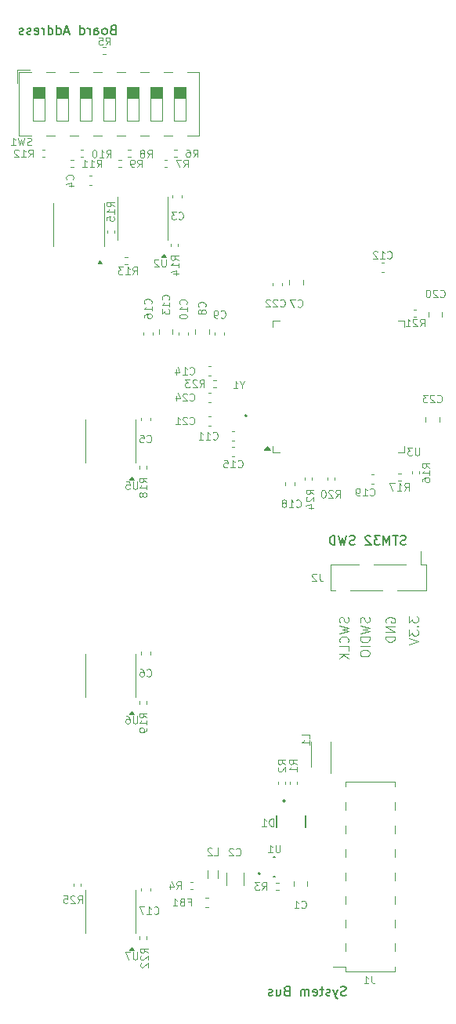
<source format=gbo>
%TF.GenerationSoftware,KiCad,Pcbnew,9.0.5-1.fc42*%
%TF.CreationDate,2025-12-02T14:18:44+01:00*%
%TF.ProjectId,Sub-Board,5375622d-426f-4617-9264-2e6b69636164,2*%
%TF.SameCoordinates,Original*%
%TF.FileFunction,Legend,Bot*%
%TF.FilePolarity,Positive*%
%FSLAX46Y46*%
G04 Gerber Fmt 4.6, Leading zero omitted, Abs format (unit mm)*
G04 Created by KiCad (PCBNEW 9.0.5-1.fc42) date 2025-12-02 14:18:44*
%MOMM*%
%LPD*%
G01*
G04 APERTURE LIST*
%ADD10C,0.200000*%
%ADD11C,0.101600*%
%ADD12C,0.120000*%
%ADD13C,0.100000*%
%ADD14C,0.127000*%
G04 APERTURE END LIST*
D10*
X115319294Y-43920409D02*
X115176437Y-43968028D01*
X115176437Y-43968028D02*
X115128818Y-44015647D01*
X115128818Y-44015647D02*
X115081199Y-44110885D01*
X115081199Y-44110885D02*
X115081199Y-44253742D01*
X115081199Y-44253742D02*
X115128818Y-44348980D01*
X115128818Y-44348980D02*
X115176437Y-44396600D01*
X115176437Y-44396600D02*
X115271675Y-44444219D01*
X115271675Y-44444219D02*
X115652627Y-44444219D01*
X115652627Y-44444219D02*
X115652627Y-43444219D01*
X115652627Y-43444219D02*
X115319294Y-43444219D01*
X115319294Y-43444219D02*
X115224056Y-43491838D01*
X115224056Y-43491838D02*
X115176437Y-43539457D01*
X115176437Y-43539457D02*
X115128818Y-43634695D01*
X115128818Y-43634695D02*
X115128818Y-43729933D01*
X115128818Y-43729933D02*
X115176437Y-43825171D01*
X115176437Y-43825171D02*
X115224056Y-43872790D01*
X115224056Y-43872790D02*
X115319294Y-43920409D01*
X115319294Y-43920409D02*
X115652627Y-43920409D01*
X114509770Y-44444219D02*
X114605008Y-44396600D01*
X114605008Y-44396600D02*
X114652627Y-44348980D01*
X114652627Y-44348980D02*
X114700246Y-44253742D01*
X114700246Y-44253742D02*
X114700246Y-43968028D01*
X114700246Y-43968028D02*
X114652627Y-43872790D01*
X114652627Y-43872790D02*
X114605008Y-43825171D01*
X114605008Y-43825171D02*
X114509770Y-43777552D01*
X114509770Y-43777552D02*
X114366913Y-43777552D01*
X114366913Y-43777552D02*
X114271675Y-43825171D01*
X114271675Y-43825171D02*
X114224056Y-43872790D01*
X114224056Y-43872790D02*
X114176437Y-43968028D01*
X114176437Y-43968028D02*
X114176437Y-44253742D01*
X114176437Y-44253742D02*
X114224056Y-44348980D01*
X114224056Y-44348980D02*
X114271675Y-44396600D01*
X114271675Y-44396600D02*
X114366913Y-44444219D01*
X114366913Y-44444219D02*
X114509770Y-44444219D01*
X113319294Y-44444219D02*
X113319294Y-43920409D01*
X113319294Y-43920409D02*
X113366913Y-43825171D01*
X113366913Y-43825171D02*
X113462151Y-43777552D01*
X113462151Y-43777552D02*
X113652627Y-43777552D01*
X113652627Y-43777552D02*
X113747865Y-43825171D01*
X113319294Y-44396600D02*
X113414532Y-44444219D01*
X113414532Y-44444219D02*
X113652627Y-44444219D01*
X113652627Y-44444219D02*
X113747865Y-44396600D01*
X113747865Y-44396600D02*
X113795484Y-44301361D01*
X113795484Y-44301361D02*
X113795484Y-44206123D01*
X113795484Y-44206123D02*
X113747865Y-44110885D01*
X113747865Y-44110885D02*
X113652627Y-44063266D01*
X113652627Y-44063266D02*
X113414532Y-44063266D01*
X113414532Y-44063266D02*
X113319294Y-44015647D01*
X112843103Y-44444219D02*
X112843103Y-43777552D01*
X112843103Y-43968028D02*
X112795484Y-43872790D01*
X112795484Y-43872790D02*
X112747865Y-43825171D01*
X112747865Y-43825171D02*
X112652627Y-43777552D01*
X112652627Y-43777552D02*
X112557389Y-43777552D01*
X111795484Y-44444219D02*
X111795484Y-43444219D01*
X111795484Y-44396600D02*
X111890722Y-44444219D01*
X111890722Y-44444219D02*
X112081198Y-44444219D01*
X112081198Y-44444219D02*
X112176436Y-44396600D01*
X112176436Y-44396600D02*
X112224055Y-44348980D01*
X112224055Y-44348980D02*
X112271674Y-44253742D01*
X112271674Y-44253742D02*
X112271674Y-43968028D01*
X112271674Y-43968028D02*
X112224055Y-43872790D01*
X112224055Y-43872790D02*
X112176436Y-43825171D01*
X112176436Y-43825171D02*
X112081198Y-43777552D01*
X112081198Y-43777552D02*
X111890722Y-43777552D01*
X111890722Y-43777552D02*
X111795484Y-43825171D01*
X110605007Y-44158504D02*
X110128817Y-44158504D01*
X110700245Y-44444219D02*
X110366912Y-43444219D01*
X110366912Y-43444219D02*
X110033579Y-44444219D01*
X109271674Y-44444219D02*
X109271674Y-43444219D01*
X109271674Y-44396600D02*
X109366912Y-44444219D01*
X109366912Y-44444219D02*
X109557388Y-44444219D01*
X109557388Y-44444219D02*
X109652626Y-44396600D01*
X109652626Y-44396600D02*
X109700245Y-44348980D01*
X109700245Y-44348980D02*
X109747864Y-44253742D01*
X109747864Y-44253742D02*
X109747864Y-43968028D01*
X109747864Y-43968028D02*
X109700245Y-43872790D01*
X109700245Y-43872790D02*
X109652626Y-43825171D01*
X109652626Y-43825171D02*
X109557388Y-43777552D01*
X109557388Y-43777552D02*
X109366912Y-43777552D01*
X109366912Y-43777552D02*
X109271674Y-43825171D01*
X108366912Y-44444219D02*
X108366912Y-43444219D01*
X108366912Y-44396600D02*
X108462150Y-44444219D01*
X108462150Y-44444219D02*
X108652626Y-44444219D01*
X108652626Y-44444219D02*
X108747864Y-44396600D01*
X108747864Y-44396600D02*
X108795483Y-44348980D01*
X108795483Y-44348980D02*
X108843102Y-44253742D01*
X108843102Y-44253742D02*
X108843102Y-43968028D01*
X108843102Y-43968028D02*
X108795483Y-43872790D01*
X108795483Y-43872790D02*
X108747864Y-43825171D01*
X108747864Y-43825171D02*
X108652626Y-43777552D01*
X108652626Y-43777552D02*
X108462150Y-43777552D01*
X108462150Y-43777552D02*
X108366912Y-43825171D01*
X107890721Y-44444219D02*
X107890721Y-43777552D01*
X107890721Y-43968028D02*
X107843102Y-43872790D01*
X107843102Y-43872790D02*
X107795483Y-43825171D01*
X107795483Y-43825171D02*
X107700245Y-43777552D01*
X107700245Y-43777552D02*
X107605007Y-43777552D01*
X106890721Y-44396600D02*
X106985959Y-44444219D01*
X106985959Y-44444219D02*
X107176435Y-44444219D01*
X107176435Y-44444219D02*
X107271673Y-44396600D01*
X107271673Y-44396600D02*
X107319292Y-44301361D01*
X107319292Y-44301361D02*
X107319292Y-43920409D01*
X107319292Y-43920409D02*
X107271673Y-43825171D01*
X107271673Y-43825171D02*
X107176435Y-43777552D01*
X107176435Y-43777552D02*
X106985959Y-43777552D01*
X106985959Y-43777552D02*
X106890721Y-43825171D01*
X106890721Y-43825171D02*
X106843102Y-43920409D01*
X106843102Y-43920409D02*
X106843102Y-44015647D01*
X106843102Y-44015647D02*
X107319292Y-44110885D01*
X106462149Y-44396600D02*
X106366911Y-44444219D01*
X106366911Y-44444219D02*
X106176435Y-44444219D01*
X106176435Y-44444219D02*
X106081197Y-44396600D01*
X106081197Y-44396600D02*
X106033578Y-44301361D01*
X106033578Y-44301361D02*
X106033578Y-44253742D01*
X106033578Y-44253742D02*
X106081197Y-44158504D01*
X106081197Y-44158504D02*
X106176435Y-44110885D01*
X106176435Y-44110885D02*
X106319292Y-44110885D01*
X106319292Y-44110885D02*
X106414530Y-44063266D01*
X106414530Y-44063266D02*
X106462149Y-43968028D01*
X106462149Y-43968028D02*
X106462149Y-43920409D01*
X106462149Y-43920409D02*
X106414530Y-43825171D01*
X106414530Y-43825171D02*
X106319292Y-43777552D01*
X106319292Y-43777552D02*
X106176435Y-43777552D01*
X106176435Y-43777552D02*
X106081197Y-43825171D01*
X105652625Y-44396600D02*
X105557387Y-44444219D01*
X105557387Y-44444219D02*
X105366911Y-44444219D01*
X105366911Y-44444219D02*
X105271673Y-44396600D01*
X105271673Y-44396600D02*
X105224054Y-44301361D01*
X105224054Y-44301361D02*
X105224054Y-44253742D01*
X105224054Y-44253742D02*
X105271673Y-44158504D01*
X105271673Y-44158504D02*
X105366911Y-44110885D01*
X105366911Y-44110885D02*
X105509768Y-44110885D01*
X105509768Y-44110885D02*
X105605006Y-44063266D01*
X105605006Y-44063266D02*
X105652625Y-43968028D01*
X105652625Y-43968028D02*
X105652625Y-43920409D01*
X105652625Y-43920409D02*
X105605006Y-43825171D01*
X105605006Y-43825171D02*
X105509768Y-43777552D01*
X105509768Y-43777552D02*
X105366911Y-43777552D01*
X105366911Y-43777552D02*
X105271673Y-43825171D01*
D11*
X147316335Y-107309299D02*
X147316335Y-107928346D01*
X147316335Y-107928346D02*
X147697287Y-107595013D01*
X147697287Y-107595013D02*
X147697287Y-107737870D01*
X147697287Y-107737870D02*
X147744906Y-107833108D01*
X147744906Y-107833108D02*
X147792525Y-107880727D01*
X147792525Y-107880727D02*
X147887763Y-107928346D01*
X147887763Y-107928346D02*
X148125858Y-107928346D01*
X148125858Y-107928346D02*
X148221096Y-107880727D01*
X148221096Y-107880727D02*
X148268716Y-107833108D01*
X148268716Y-107833108D02*
X148316335Y-107737870D01*
X148316335Y-107737870D02*
X148316335Y-107452156D01*
X148316335Y-107452156D02*
X148268716Y-107356918D01*
X148268716Y-107356918D02*
X148221096Y-107309299D01*
X148221096Y-108356918D02*
X148268716Y-108404537D01*
X148268716Y-108404537D02*
X148316335Y-108356918D01*
X148316335Y-108356918D02*
X148268716Y-108309299D01*
X148268716Y-108309299D02*
X148221096Y-108356918D01*
X148221096Y-108356918D02*
X148316335Y-108356918D01*
X147316335Y-108737870D02*
X147316335Y-109356917D01*
X147316335Y-109356917D02*
X147697287Y-109023584D01*
X147697287Y-109023584D02*
X147697287Y-109166441D01*
X147697287Y-109166441D02*
X147744906Y-109261679D01*
X147744906Y-109261679D02*
X147792525Y-109309298D01*
X147792525Y-109309298D02*
X147887763Y-109356917D01*
X147887763Y-109356917D02*
X148125858Y-109356917D01*
X148125858Y-109356917D02*
X148221096Y-109309298D01*
X148221096Y-109309298D02*
X148268716Y-109261679D01*
X148268716Y-109261679D02*
X148316335Y-109166441D01*
X148316335Y-109166441D02*
X148316335Y-108880727D01*
X148316335Y-108880727D02*
X148268716Y-108785489D01*
X148268716Y-108785489D02*
X148221096Y-108737870D01*
X147316335Y-109642632D02*
X148316335Y-109975965D01*
X148316335Y-109975965D02*
X147316335Y-110309298D01*
X144863954Y-107928346D02*
X144816335Y-107833108D01*
X144816335Y-107833108D02*
X144816335Y-107690251D01*
X144816335Y-107690251D02*
X144863954Y-107547394D01*
X144863954Y-107547394D02*
X144959192Y-107452156D01*
X144959192Y-107452156D02*
X145054430Y-107404537D01*
X145054430Y-107404537D02*
X145244906Y-107356918D01*
X145244906Y-107356918D02*
X145387763Y-107356918D01*
X145387763Y-107356918D02*
X145578239Y-107404537D01*
X145578239Y-107404537D02*
X145673477Y-107452156D01*
X145673477Y-107452156D02*
X145768716Y-107547394D01*
X145768716Y-107547394D02*
X145816335Y-107690251D01*
X145816335Y-107690251D02*
X145816335Y-107785489D01*
X145816335Y-107785489D02*
X145768716Y-107928346D01*
X145768716Y-107928346D02*
X145721096Y-107975965D01*
X145721096Y-107975965D02*
X145387763Y-107975965D01*
X145387763Y-107975965D02*
X145387763Y-107785489D01*
X145816335Y-108404537D02*
X144816335Y-108404537D01*
X144816335Y-108404537D02*
X145816335Y-108975965D01*
X145816335Y-108975965D02*
X144816335Y-108975965D01*
X145816335Y-109452156D02*
X144816335Y-109452156D01*
X144816335Y-109452156D02*
X144816335Y-109690251D01*
X144816335Y-109690251D02*
X144863954Y-109833108D01*
X144863954Y-109833108D02*
X144959192Y-109928346D01*
X144959192Y-109928346D02*
X145054430Y-109975965D01*
X145054430Y-109975965D02*
X145244906Y-110023584D01*
X145244906Y-110023584D02*
X145387763Y-110023584D01*
X145387763Y-110023584D02*
X145578239Y-109975965D01*
X145578239Y-109975965D02*
X145673477Y-109928346D01*
X145673477Y-109928346D02*
X145768716Y-109833108D01*
X145768716Y-109833108D02*
X145816335Y-109690251D01*
X145816335Y-109690251D02*
X145816335Y-109452156D01*
D10*
X146998149Y-99512200D02*
X146855292Y-99559819D01*
X146855292Y-99559819D02*
X146617197Y-99559819D01*
X146617197Y-99559819D02*
X146521959Y-99512200D01*
X146521959Y-99512200D02*
X146474340Y-99464580D01*
X146474340Y-99464580D02*
X146426721Y-99369342D01*
X146426721Y-99369342D02*
X146426721Y-99274104D01*
X146426721Y-99274104D02*
X146474340Y-99178866D01*
X146474340Y-99178866D02*
X146521959Y-99131247D01*
X146521959Y-99131247D02*
X146617197Y-99083628D01*
X146617197Y-99083628D02*
X146807673Y-99036009D01*
X146807673Y-99036009D02*
X146902911Y-98988390D01*
X146902911Y-98988390D02*
X146950530Y-98940771D01*
X146950530Y-98940771D02*
X146998149Y-98845533D01*
X146998149Y-98845533D02*
X146998149Y-98750295D01*
X146998149Y-98750295D02*
X146950530Y-98655057D01*
X146950530Y-98655057D02*
X146902911Y-98607438D01*
X146902911Y-98607438D02*
X146807673Y-98559819D01*
X146807673Y-98559819D02*
X146569578Y-98559819D01*
X146569578Y-98559819D02*
X146426721Y-98607438D01*
X146141006Y-98559819D02*
X145569578Y-98559819D01*
X145855292Y-99559819D02*
X145855292Y-98559819D01*
X145236244Y-99559819D02*
X145236244Y-98559819D01*
X145236244Y-98559819D02*
X144902911Y-99274104D01*
X144902911Y-99274104D02*
X144569578Y-98559819D01*
X144569578Y-98559819D02*
X144569578Y-99559819D01*
X144188625Y-98559819D02*
X143569578Y-98559819D01*
X143569578Y-98559819D02*
X143902911Y-98940771D01*
X143902911Y-98940771D02*
X143760054Y-98940771D01*
X143760054Y-98940771D02*
X143664816Y-98988390D01*
X143664816Y-98988390D02*
X143617197Y-99036009D01*
X143617197Y-99036009D02*
X143569578Y-99131247D01*
X143569578Y-99131247D02*
X143569578Y-99369342D01*
X143569578Y-99369342D02*
X143617197Y-99464580D01*
X143617197Y-99464580D02*
X143664816Y-99512200D01*
X143664816Y-99512200D02*
X143760054Y-99559819D01*
X143760054Y-99559819D02*
X144045768Y-99559819D01*
X144045768Y-99559819D02*
X144141006Y-99512200D01*
X144141006Y-99512200D02*
X144188625Y-99464580D01*
X143188625Y-98655057D02*
X143141006Y-98607438D01*
X143141006Y-98607438D02*
X143045768Y-98559819D01*
X143045768Y-98559819D02*
X142807673Y-98559819D01*
X142807673Y-98559819D02*
X142712435Y-98607438D01*
X142712435Y-98607438D02*
X142664816Y-98655057D01*
X142664816Y-98655057D02*
X142617197Y-98750295D01*
X142617197Y-98750295D02*
X142617197Y-98845533D01*
X142617197Y-98845533D02*
X142664816Y-98988390D01*
X142664816Y-98988390D02*
X143236244Y-99559819D01*
X143236244Y-99559819D02*
X142617197Y-99559819D01*
X141474339Y-99512200D02*
X141331482Y-99559819D01*
X141331482Y-99559819D02*
X141093387Y-99559819D01*
X141093387Y-99559819D02*
X140998149Y-99512200D01*
X140998149Y-99512200D02*
X140950530Y-99464580D01*
X140950530Y-99464580D02*
X140902911Y-99369342D01*
X140902911Y-99369342D02*
X140902911Y-99274104D01*
X140902911Y-99274104D02*
X140950530Y-99178866D01*
X140950530Y-99178866D02*
X140998149Y-99131247D01*
X140998149Y-99131247D02*
X141093387Y-99083628D01*
X141093387Y-99083628D02*
X141283863Y-99036009D01*
X141283863Y-99036009D02*
X141379101Y-98988390D01*
X141379101Y-98988390D02*
X141426720Y-98940771D01*
X141426720Y-98940771D02*
X141474339Y-98845533D01*
X141474339Y-98845533D02*
X141474339Y-98750295D01*
X141474339Y-98750295D02*
X141426720Y-98655057D01*
X141426720Y-98655057D02*
X141379101Y-98607438D01*
X141379101Y-98607438D02*
X141283863Y-98559819D01*
X141283863Y-98559819D02*
X141045768Y-98559819D01*
X141045768Y-98559819D02*
X140902911Y-98607438D01*
X140569577Y-98559819D02*
X140331482Y-99559819D01*
X140331482Y-99559819D02*
X140141006Y-98845533D01*
X140141006Y-98845533D02*
X139950530Y-99559819D01*
X139950530Y-99559819D02*
X139712435Y-98559819D01*
X139331482Y-99559819D02*
X139331482Y-98559819D01*
X139331482Y-98559819D02*
X139093387Y-98559819D01*
X139093387Y-98559819D02*
X138950530Y-98607438D01*
X138950530Y-98607438D02*
X138855292Y-98702676D01*
X138855292Y-98702676D02*
X138807673Y-98797914D01*
X138807673Y-98797914D02*
X138760054Y-98988390D01*
X138760054Y-98988390D02*
X138760054Y-99131247D01*
X138760054Y-99131247D02*
X138807673Y-99321723D01*
X138807673Y-99321723D02*
X138855292Y-99416961D01*
X138855292Y-99416961D02*
X138950530Y-99512200D01*
X138950530Y-99512200D02*
X139093387Y-99559819D01*
X139093387Y-99559819D02*
X139331482Y-99559819D01*
D11*
X143018716Y-107356918D02*
X143066335Y-107499775D01*
X143066335Y-107499775D02*
X143066335Y-107737870D01*
X143066335Y-107737870D02*
X143018716Y-107833108D01*
X143018716Y-107833108D02*
X142971096Y-107880727D01*
X142971096Y-107880727D02*
X142875858Y-107928346D01*
X142875858Y-107928346D02*
X142780620Y-107928346D01*
X142780620Y-107928346D02*
X142685382Y-107880727D01*
X142685382Y-107880727D02*
X142637763Y-107833108D01*
X142637763Y-107833108D02*
X142590144Y-107737870D01*
X142590144Y-107737870D02*
X142542525Y-107547394D01*
X142542525Y-107547394D02*
X142494906Y-107452156D01*
X142494906Y-107452156D02*
X142447287Y-107404537D01*
X142447287Y-107404537D02*
X142352049Y-107356918D01*
X142352049Y-107356918D02*
X142256811Y-107356918D01*
X142256811Y-107356918D02*
X142161573Y-107404537D01*
X142161573Y-107404537D02*
X142113954Y-107452156D01*
X142113954Y-107452156D02*
X142066335Y-107547394D01*
X142066335Y-107547394D02*
X142066335Y-107785489D01*
X142066335Y-107785489D02*
X142113954Y-107928346D01*
X142066335Y-108261680D02*
X143066335Y-108499775D01*
X143066335Y-108499775D02*
X142352049Y-108690251D01*
X142352049Y-108690251D02*
X143066335Y-108880727D01*
X143066335Y-108880727D02*
X142066335Y-109118823D01*
X143066335Y-109499775D02*
X142066335Y-109499775D01*
X142066335Y-109499775D02*
X142066335Y-109737870D01*
X142066335Y-109737870D02*
X142113954Y-109880727D01*
X142113954Y-109880727D02*
X142209192Y-109975965D01*
X142209192Y-109975965D02*
X142304430Y-110023584D01*
X142304430Y-110023584D02*
X142494906Y-110071203D01*
X142494906Y-110071203D02*
X142637763Y-110071203D01*
X142637763Y-110071203D02*
X142828239Y-110023584D01*
X142828239Y-110023584D02*
X142923477Y-109975965D01*
X142923477Y-109975965D02*
X143018716Y-109880727D01*
X143018716Y-109880727D02*
X143066335Y-109737870D01*
X143066335Y-109737870D02*
X143066335Y-109499775D01*
X143066335Y-110499775D02*
X142066335Y-110499775D01*
X142066335Y-111166441D02*
X142066335Y-111356917D01*
X142066335Y-111356917D02*
X142113954Y-111452155D01*
X142113954Y-111452155D02*
X142209192Y-111547393D01*
X142209192Y-111547393D02*
X142399668Y-111595012D01*
X142399668Y-111595012D02*
X142733001Y-111595012D01*
X142733001Y-111595012D02*
X142923477Y-111547393D01*
X142923477Y-111547393D02*
X143018716Y-111452155D01*
X143018716Y-111452155D02*
X143066335Y-111356917D01*
X143066335Y-111356917D02*
X143066335Y-111166441D01*
X143066335Y-111166441D02*
X143018716Y-111071203D01*
X143018716Y-111071203D02*
X142923477Y-110975965D01*
X142923477Y-110975965D02*
X142733001Y-110928346D01*
X142733001Y-110928346D02*
X142399668Y-110928346D01*
X142399668Y-110928346D02*
X142209192Y-110975965D01*
X142209192Y-110975965D02*
X142113954Y-111071203D01*
X142113954Y-111071203D02*
X142066335Y-111166441D01*
D10*
X140520945Y-148182600D02*
X140378088Y-148230219D01*
X140378088Y-148230219D02*
X140139993Y-148230219D01*
X140139993Y-148230219D02*
X140044755Y-148182600D01*
X140044755Y-148182600D02*
X139997136Y-148134980D01*
X139997136Y-148134980D02*
X139949517Y-148039742D01*
X139949517Y-148039742D02*
X139949517Y-147944504D01*
X139949517Y-147944504D02*
X139997136Y-147849266D01*
X139997136Y-147849266D02*
X140044755Y-147801647D01*
X140044755Y-147801647D02*
X140139993Y-147754028D01*
X140139993Y-147754028D02*
X140330469Y-147706409D01*
X140330469Y-147706409D02*
X140425707Y-147658790D01*
X140425707Y-147658790D02*
X140473326Y-147611171D01*
X140473326Y-147611171D02*
X140520945Y-147515933D01*
X140520945Y-147515933D02*
X140520945Y-147420695D01*
X140520945Y-147420695D02*
X140473326Y-147325457D01*
X140473326Y-147325457D02*
X140425707Y-147277838D01*
X140425707Y-147277838D02*
X140330469Y-147230219D01*
X140330469Y-147230219D02*
X140092374Y-147230219D01*
X140092374Y-147230219D02*
X139949517Y-147277838D01*
X139616183Y-147563552D02*
X139378088Y-148230219D01*
X139139993Y-147563552D02*
X139378088Y-148230219D01*
X139378088Y-148230219D02*
X139473326Y-148468314D01*
X139473326Y-148468314D02*
X139520945Y-148515933D01*
X139520945Y-148515933D02*
X139616183Y-148563552D01*
X138806659Y-148182600D02*
X138711421Y-148230219D01*
X138711421Y-148230219D02*
X138520945Y-148230219D01*
X138520945Y-148230219D02*
X138425707Y-148182600D01*
X138425707Y-148182600D02*
X138378088Y-148087361D01*
X138378088Y-148087361D02*
X138378088Y-148039742D01*
X138378088Y-148039742D02*
X138425707Y-147944504D01*
X138425707Y-147944504D02*
X138520945Y-147896885D01*
X138520945Y-147896885D02*
X138663802Y-147896885D01*
X138663802Y-147896885D02*
X138759040Y-147849266D01*
X138759040Y-147849266D02*
X138806659Y-147754028D01*
X138806659Y-147754028D02*
X138806659Y-147706409D01*
X138806659Y-147706409D02*
X138759040Y-147611171D01*
X138759040Y-147611171D02*
X138663802Y-147563552D01*
X138663802Y-147563552D02*
X138520945Y-147563552D01*
X138520945Y-147563552D02*
X138425707Y-147611171D01*
X138092373Y-147563552D02*
X137711421Y-147563552D01*
X137949516Y-147230219D02*
X137949516Y-148087361D01*
X137949516Y-148087361D02*
X137901897Y-148182600D01*
X137901897Y-148182600D02*
X137806659Y-148230219D01*
X137806659Y-148230219D02*
X137711421Y-148230219D01*
X136997135Y-148182600D02*
X137092373Y-148230219D01*
X137092373Y-148230219D02*
X137282849Y-148230219D01*
X137282849Y-148230219D02*
X137378087Y-148182600D01*
X137378087Y-148182600D02*
X137425706Y-148087361D01*
X137425706Y-148087361D02*
X137425706Y-147706409D01*
X137425706Y-147706409D02*
X137378087Y-147611171D01*
X137378087Y-147611171D02*
X137282849Y-147563552D01*
X137282849Y-147563552D02*
X137092373Y-147563552D01*
X137092373Y-147563552D02*
X136997135Y-147611171D01*
X136997135Y-147611171D02*
X136949516Y-147706409D01*
X136949516Y-147706409D02*
X136949516Y-147801647D01*
X136949516Y-147801647D02*
X137425706Y-147896885D01*
X136520944Y-148230219D02*
X136520944Y-147563552D01*
X136520944Y-147658790D02*
X136473325Y-147611171D01*
X136473325Y-147611171D02*
X136378087Y-147563552D01*
X136378087Y-147563552D02*
X136235230Y-147563552D01*
X136235230Y-147563552D02*
X136139992Y-147611171D01*
X136139992Y-147611171D02*
X136092373Y-147706409D01*
X136092373Y-147706409D02*
X136092373Y-148230219D01*
X136092373Y-147706409D02*
X136044754Y-147611171D01*
X136044754Y-147611171D02*
X135949516Y-147563552D01*
X135949516Y-147563552D02*
X135806659Y-147563552D01*
X135806659Y-147563552D02*
X135711420Y-147611171D01*
X135711420Y-147611171D02*
X135663801Y-147706409D01*
X135663801Y-147706409D02*
X135663801Y-148230219D01*
X134092373Y-147706409D02*
X133949516Y-147754028D01*
X133949516Y-147754028D02*
X133901897Y-147801647D01*
X133901897Y-147801647D02*
X133854278Y-147896885D01*
X133854278Y-147896885D02*
X133854278Y-148039742D01*
X133854278Y-148039742D02*
X133901897Y-148134980D01*
X133901897Y-148134980D02*
X133949516Y-148182600D01*
X133949516Y-148182600D02*
X134044754Y-148230219D01*
X134044754Y-148230219D02*
X134425706Y-148230219D01*
X134425706Y-148230219D02*
X134425706Y-147230219D01*
X134425706Y-147230219D02*
X134092373Y-147230219D01*
X134092373Y-147230219D02*
X133997135Y-147277838D01*
X133997135Y-147277838D02*
X133949516Y-147325457D01*
X133949516Y-147325457D02*
X133901897Y-147420695D01*
X133901897Y-147420695D02*
X133901897Y-147515933D01*
X133901897Y-147515933D02*
X133949516Y-147611171D01*
X133949516Y-147611171D02*
X133997135Y-147658790D01*
X133997135Y-147658790D02*
X134092373Y-147706409D01*
X134092373Y-147706409D02*
X134425706Y-147706409D01*
X132997135Y-147563552D02*
X132997135Y-148230219D01*
X133425706Y-147563552D02*
X133425706Y-148087361D01*
X133425706Y-148087361D02*
X133378087Y-148182600D01*
X133378087Y-148182600D02*
X133282849Y-148230219D01*
X133282849Y-148230219D02*
X133139992Y-148230219D01*
X133139992Y-148230219D02*
X133044754Y-148182600D01*
X133044754Y-148182600D02*
X132997135Y-148134980D01*
X132568563Y-148182600D02*
X132473325Y-148230219D01*
X132473325Y-148230219D02*
X132282849Y-148230219D01*
X132282849Y-148230219D02*
X132187611Y-148182600D01*
X132187611Y-148182600D02*
X132139992Y-148087361D01*
X132139992Y-148087361D02*
X132139992Y-148039742D01*
X132139992Y-148039742D02*
X132187611Y-147944504D01*
X132187611Y-147944504D02*
X132282849Y-147896885D01*
X132282849Y-147896885D02*
X132425706Y-147896885D01*
X132425706Y-147896885D02*
X132520944Y-147849266D01*
X132520944Y-147849266D02*
X132568563Y-147754028D01*
X132568563Y-147754028D02*
X132568563Y-147706409D01*
X132568563Y-147706409D02*
X132520944Y-147611171D01*
X132520944Y-147611171D02*
X132425706Y-147563552D01*
X132425706Y-147563552D02*
X132282849Y-147563552D01*
X132282849Y-147563552D02*
X132187611Y-147611171D01*
D11*
X140768716Y-107356918D02*
X140816335Y-107499775D01*
X140816335Y-107499775D02*
X140816335Y-107737870D01*
X140816335Y-107737870D02*
X140768716Y-107833108D01*
X140768716Y-107833108D02*
X140721096Y-107880727D01*
X140721096Y-107880727D02*
X140625858Y-107928346D01*
X140625858Y-107928346D02*
X140530620Y-107928346D01*
X140530620Y-107928346D02*
X140435382Y-107880727D01*
X140435382Y-107880727D02*
X140387763Y-107833108D01*
X140387763Y-107833108D02*
X140340144Y-107737870D01*
X140340144Y-107737870D02*
X140292525Y-107547394D01*
X140292525Y-107547394D02*
X140244906Y-107452156D01*
X140244906Y-107452156D02*
X140197287Y-107404537D01*
X140197287Y-107404537D02*
X140102049Y-107356918D01*
X140102049Y-107356918D02*
X140006811Y-107356918D01*
X140006811Y-107356918D02*
X139911573Y-107404537D01*
X139911573Y-107404537D02*
X139863954Y-107452156D01*
X139863954Y-107452156D02*
X139816335Y-107547394D01*
X139816335Y-107547394D02*
X139816335Y-107785489D01*
X139816335Y-107785489D02*
X139863954Y-107928346D01*
X139816335Y-108261680D02*
X140816335Y-108499775D01*
X140816335Y-108499775D02*
X140102049Y-108690251D01*
X140102049Y-108690251D02*
X140816335Y-108880727D01*
X140816335Y-108880727D02*
X139816335Y-109118823D01*
X140721096Y-110071203D02*
X140768716Y-110023584D01*
X140768716Y-110023584D02*
X140816335Y-109880727D01*
X140816335Y-109880727D02*
X140816335Y-109785489D01*
X140816335Y-109785489D02*
X140768716Y-109642632D01*
X140768716Y-109642632D02*
X140673477Y-109547394D01*
X140673477Y-109547394D02*
X140578239Y-109499775D01*
X140578239Y-109499775D02*
X140387763Y-109452156D01*
X140387763Y-109452156D02*
X140244906Y-109452156D01*
X140244906Y-109452156D02*
X140054430Y-109499775D01*
X140054430Y-109499775D02*
X139959192Y-109547394D01*
X139959192Y-109547394D02*
X139863954Y-109642632D01*
X139863954Y-109642632D02*
X139816335Y-109785489D01*
X139816335Y-109785489D02*
X139816335Y-109880727D01*
X139816335Y-109880727D02*
X139863954Y-110023584D01*
X139863954Y-110023584D02*
X139911573Y-110071203D01*
X140816335Y-110975965D02*
X140816335Y-110499775D01*
X140816335Y-110499775D02*
X139816335Y-110499775D01*
X140816335Y-111309299D02*
X139816335Y-111309299D01*
X140816335Y-111880727D02*
X140244906Y-111452156D01*
X139816335Y-111880727D02*
X140387763Y-111309299D01*
X129317447Y-82279685D02*
X129317447Y-82666732D01*
X129588380Y-81853932D02*
X129317447Y-82279685D01*
X129317447Y-82279685D02*
X129046513Y-81853932D01*
X128349827Y-82666732D02*
X128814284Y-82666732D01*
X128582056Y-82666732D02*
X128582056Y-81853932D01*
X128582056Y-81853932D02*
X128659465Y-81970047D01*
X128659465Y-81970047D02*
X128736875Y-82047456D01*
X128736875Y-82047456D02*
X128814284Y-82086161D01*
X126150914Y-88111923D02*
X126189618Y-88150628D01*
X126189618Y-88150628D02*
X126305733Y-88189332D01*
X126305733Y-88189332D02*
X126383142Y-88189332D01*
X126383142Y-88189332D02*
X126499256Y-88150628D01*
X126499256Y-88150628D02*
X126576666Y-88073218D01*
X126576666Y-88073218D02*
X126615371Y-87995808D01*
X126615371Y-87995808D02*
X126654075Y-87840989D01*
X126654075Y-87840989D02*
X126654075Y-87724875D01*
X126654075Y-87724875D02*
X126615371Y-87570056D01*
X126615371Y-87570056D02*
X126576666Y-87492647D01*
X126576666Y-87492647D02*
X126499256Y-87415237D01*
X126499256Y-87415237D02*
X126383142Y-87376532D01*
X126383142Y-87376532D02*
X126305733Y-87376532D01*
X126305733Y-87376532D02*
X126189618Y-87415237D01*
X126189618Y-87415237D02*
X126150914Y-87453942D01*
X125376818Y-88189332D02*
X125841275Y-88189332D01*
X125609047Y-88189332D02*
X125609047Y-87376532D01*
X125609047Y-87376532D02*
X125686456Y-87492647D01*
X125686456Y-87492647D02*
X125763866Y-87570056D01*
X125763866Y-87570056D02*
X125841275Y-87608761D01*
X124602723Y-88189332D02*
X125067180Y-88189332D01*
X124834952Y-88189332D02*
X124834952Y-87376532D01*
X124834952Y-87376532D02*
X124912361Y-87492647D01*
X124912361Y-87492647D02*
X124989771Y-87570056D01*
X124989771Y-87570056D02*
X125067180Y-87608761D01*
X119007466Y-113704323D02*
X119046170Y-113743028D01*
X119046170Y-113743028D02*
X119162285Y-113781732D01*
X119162285Y-113781732D02*
X119239694Y-113781732D01*
X119239694Y-113781732D02*
X119355808Y-113743028D01*
X119355808Y-113743028D02*
X119433218Y-113665618D01*
X119433218Y-113665618D02*
X119471923Y-113588208D01*
X119471923Y-113588208D02*
X119510627Y-113433389D01*
X119510627Y-113433389D02*
X119510627Y-113317275D01*
X119510627Y-113317275D02*
X119471923Y-113162456D01*
X119471923Y-113162456D02*
X119433218Y-113085047D01*
X119433218Y-113085047D02*
X119355808Y-113007637D01*
X119355808Y-113007637D02*
X119239694Y-112968932D01*
X119239694Y-112968932D02*
X119162285Y-112968932D01*
X119162285Y-112968932D02*
X119046170Y-113007637D01*
X119046170Y-113007637D02*
X119007466Y-113046342D01*
X118310780Y-112968932D02*
X118465599Y-112968932D01*
X118465599Y-112968932D02*
X118543008Y-113007637D01*
X118543008Y-113007637D02*
X118581713Y-113046342D01*
X118581713Y-113046342D02*
X118659123Y-113162456D01*
X118659123Y-113162456D02*
X118697827Y-113317275D01*
X118697827Y-113317275D02*
X118697827Y-113626913D01*
X118697827Y-113626913D02*
X118659123Y-113704323D01*
X118659123Y-113704323D02*
X118620418Y-113743028D01*
X118620418Y-113743028D02*
X118543008Y-113781732D01*
X118543008Y-113781732D02*
X118388189Y-113781732D01*
X118388189Y-113781732D02*
X118310780Y-113743028D01*
X118310780Y-113743028D02*
X118272075Y-113704323D01*
X118272075Y-113704323D02*
X118233370Y-113626913D01*
X118233370Y-113626913D02*
X118233370Y-113433389D01*
X118233370Y-113433389D02*
X118272075Y-113355980D01*
X118272075Y-113355980D02*
X118310780Y-113317275D01*
X118310780Y-113317275D02*
X118388189Y-113278570D01*
X118388189Y-113278570D02*
X118543008Y-113278570D01*
X118543008Y-113278570D02*
X118620418Y-113317275D01*
X118620418Y-113317275D02*
X118659123Y-113355980D01*
X118659123Y-113355980D02*
X118697827Y-113433389D01*
X125293323Y-73853533D02*
X125332028Y-73814829D01*
X125332028Y-73814829D02*
X125370732Y-73698714D01*
X125370732Y-73698714D02*
X125370732Y-73621305D01*
X125370732Y-73621305D02*
X125332028Y-73505191D01*
X125332028Y-73505191D02*
X125254618Y-73427781D01*
X125254618Y-73427781D02*
X125177208Y-73389076D01*
X125177208Y-73389076D02*
X125022389Y-73350372D01*
X125022389Y-73350372D02*
X124906275Y-73350372D01*
X124906275Y-73350372D02*
X124751456Y-73389076D01*
X124751456Y-73389076D02*
X124674047Y-73427781D01*
X124674047Y-73427781D02*
X124596637Y-73505191D01*
X124596637Y-73505191D02*
X124557932Y-73621305D01*
X124557932Y-73621305D02*
X124557932Y-73698714D01*
X124557932Y-73698714D02*
X124596637Y-73814829D01*
X124596637Y-73814829D02*
X124635342Y-73853533D01*
X124906275Y-74317991D02*
X124867570Y-74240581D01*
X124867570Y-74240581D02*
X124828866Y-74201876D01*
X124828866Y-74201876D02*
X124751456Y-74163172D01*
X124751456Y-74163172D02*
X124712751Y-74163172D01*
X124712751Y-74163172D02*
X124635342Y-74201876D01*
X124635342Y-74201876D02*
X124596637Y-74240581D01*
X124596637Y-74240581D02*
X124557932Y-74317991D01*
X124557932Y-74317991D02*
X124557932Y-74472810D01*
X124557932Y-74472810D02*
X124596637Y-74550219D01*
X124596637Y-74550219D02*
X124635342Y-74588924D01*
X124635342Y-74588924D02*
X124712751Y-74627629D01*
X124712751Y-74627629D02*
X124751456Y-74627629D01*
X124751456Y-74627629D02*
X124828866Y-74588924D01*
X124828866Y-74588924D02*
X124867570Y-74550219D01*
X124867570Y-74550219D02*
X124906275Y-74472810D01*
X124906275Y-74472810D02*
X124906275Y-74317991D01*
X124906275Y-74317991D02*
X124944980Y-74240581D01*
X124944980Y-74240581D02*
X124983685Y-74201876D01*
X124983685Y-74201876D02*
X125061094Y-74163172D01*
X125061094Y-74163172D02*
X125215913Y-74163172D01*
X125215913Y-74163172D02*
X125293323Y-74201876D01*
X125293323Y-74201876D02*
X125332028Y-74240581D01*
X125332028Y-74240581D02*
X125370732Y-74317991D01*
X125370732Y-74317991D02*
X125370732Y-74472810D01*
X125370732Y-74472810D02*
X125332028Y-74550219D01*
X125332028Y-74550219D02*
X125293323Y-74588924D01*
X125293323Y-74588924D02*
X125215913Y-74627629D01*
X125215913Y-74627629D02*
X125061094Y-74627629D01*
X125061094Y-74627629D02*
X124983685Y-74588924D01*
X124983685Y-74588924D02*
X124944980Y-74550219D01*
X124944980Y-74550219D02*
X124906275Y-74472810D01*
X148530514Y-75956732D02*
X148801447Y-75569685D01*
X148994971Y-75956732D02*
X148994971Y-75143932D01*
X148994971Y-75143932D02*
X148685333Y-75143932D01*
X148685333Y-75143932D02*
X148607923Y-75182637D01*
X148607923Y-75182637D02*
X148569218Y-75221342D01*
X148569218Y-75221342D02*
X148530514Y-75298751D01*
X148530514Y-75298751D02*
X148530514Y-75414866D01*
X148530514Y-75414866D02*
X148569218Y-75492275D01*
X148569218Y-75492275D02*
X148607923Y-75530980D01*
X148607923Y-75530980D02*
X148685333Y-75569685D01*
X148685333Y-75569685D02*
X148994971Y-75569685D01*
X148220875Y-75221342D02*
X148182171Y-75182637D01*
X148182171Y-75182637D02*
X148104761Y-75143932D01*
X148104761Y-75143932D02*
X147911237Y-75143932D01*
X147911237Y-75143932D02*
X147833828Y-75182637D01*
X147833828Y-75182637D02*
X147795123Y-75221342D01*
X147795123Y-75221342D02*
X147756418Y-75298751D01*
X147756418Y-75298751D02*
X147756418Y-75376161D01*
X147756418Y-75376161D02*
X147795123Y-75492275D01*
X147795123Y-75492275D02*
X148259580Y-75956732D01*
X148259580Y-75956732D02*
X147756418Y-75956732D01*
X146982323Y-75956732D02*
X147446780Y-75956732D01*
X147214552Y-75956732D02*
X147214552Y-75143932D01*
X147214552Y-75143932D02*
X147291961Y-75260047D01*
X147291961Y-75260047D02*
X147369371Y-75337456D01*
X147369371Y-75337456D02*
X147446780Y-75376161D01*
X131453466Y-136819532D02*
X131724399Y-136432485D01*
X131917923Y-136819532D02*
X131917923Y-136006732D01*
X131917923Y-136006732D02*
X131608285Y-136006732D01*
X131608285Y-136006732D02*
X131530875Y-136045437D01*
X131530875Y-136045437D02*
X131492170Y-136084142D01*
X131492170Y-136084142D02*
X131453466Y-136161551D01*
X131453466Y-136161551D02*
X131453466Y-136277666D01*
X131453466Y-136277666D02*
X131492170Y-136355075D01*
X131492170Y-136355075D02*
X131530875Y-136393780D01*
X131530875Y-136393780D02*
X131608285Y-136432485D01*
X131608285Y-136432485D02*
X131917923Y-136432485D01*
X131182532Y-136006732D02*
X130679370Y-136006732D01*
X130679370Y-136006732D02*
X130950304Y-136316370D01*
X130950304Y-136316370D02*
X130834189Y-136316370D01*
X130834189Y-136316370D02*
X130756780Y-136355075D01*
X130756780Y-136355075D02*
X130718075Y-136393780D01*
X130718075Y-136393780D02*
X130679370Y-136471189D01*
X130679370Y-136471189D02*
X130679370Y-136664713D01*
X130679370Y-136664713D02*
X130718075Y-136742123D01*
X130718075Y-136742123D02*
X130756780Y-136780828D01*
X130756780Y-136780828D02*
X130834189Y-136819532D01*
X130834189Y-136819532D02*
X131066418Y-136819532D01*
X131066418Y-136819532D02*
X131143827Y-136780828D01*
X131143827Y-136780828D02*
X131182532Y-136742123D01*
X150382514Y-84088323D02*
X150421218Y-84127028D01*
X150421218Y-84127028D02*
X150537333Y-84165732D01*
X150537333Y-84165732D02*
X150614742Y-84165732D01*
X150614742Y-84165732D02*
X150730856Y-84127028D01*
X150730856Y-84127028D02*
X150808266Y-84049618D01*
X150808266Y-84049618D02*
X150846971Y-83972208D01*
X150846971Y-83972208D02*
X150885675Y-83817389D01*
X150885675Y-83817389D02*
X150885675Y-83701275D01*
X150885675Y-83701275D02*
X150846971Y-83546456D01*
X150846971Y-83546456D02*
X150808266Y-83469047D01*
X150808266Y-83469047D02*
X150730856Y-83391637D01*
X150730856Y-83391637D02*
X150614742Y-83352932D01*
X150614742Y-83352932D02*
X150537333Y-83352932D01*
X150537333Y-83352932D02*
X150421218Y-83391637D01*
X150421218Y-83391637D02*
X150382514Y-83430342D01*
X150072875Y-83430342D02*
X150034171Y-83391637D01*
X150034171Y-83391637D02*
X149956761Y-83352932D01*
X149956761Y-83352932D02*
X149763237Y-83352932D01*
X149763237Y-83352932D02*
X149685828Y-83391637D01*
X149685828Y-83391637D02*
X149647123Y-83430342D01*
X149647123Y-83430342D02*
X149608418Y-83507751D01*
X149608418Y-83507751D02*
X149608418Y-83585161D01*
X149608418Y-83585161D02*
X149647123Y-83701275D01*
X149647123Y-83701275D02*
X150111580Y-84165732D01*
X150111580Y-84165732D02*
X149608418Y-84165732D01*
X149337485Y-83352932D02*
X148834323Y-83352932D01*
X148834323Y-83352932D02*
X149105257Y-83662570D01*
X149105257Y-83662570D02*
X148989142Y-83662570D01*
X148989142Y-83662570D02*
X148911733Y-83701275D01*
X148911733Y-83701275D02*
X148873028Y-83739980D01*
X148873028Y-83739980D02*
X148834323Y-83817389D01*
X148834323Y-83817389D02*
X148834323Y-84010913D01*
X148834323Y-84010913D02*
X148873028Y-84088323D01*
X148873028Y-84088323D02*
X148911733Y-84127028D01*
X148911733Y-84127028D02*
X148989142Y-84165732D01*
X148989142Y-84165732D02*
X149221371Y-84165732D01*
X149221371Y-84165732D02*
X149298780Y-84127028D01*
X149298780Y-84127028D02*
X149337485Y-84088323D01*
X128659466Y-133053723D02*
X128698170Y-133092428D01*
X128698170Y-133092428D02*
X128814285Y-133131132D01*
X128814285Y-133131132D02*
X128891694Y-133131132D01*
X128891694Y-133131132D02*
X129007808Y-133092428D01*
X129007808Y-133092428D02*
X129085218Y-133015018D01*
X129085218Y-133015018D02*
X129123923Y-132937608D01*
X129123923Y-132937608D02*
X129162627Y-132782789D01*
X129162627Y-132782789D02*
X129162627Y-132666675D01*
X129162627Y-132666675D02*
X129123923Y-132511856D01*
X129123923Y-132511856D02*
X129085218Y-132434447D01*
X129085218Y-132434447D02*
X129007808Y-132357037D01*
X129007808Y-132357037D02*
X128891694Y-132318332D01*
X128891694Y-132318332D02*
X128814285Y-132318332D01*
X128814285Y-132318332D02*
X128698170Y-132357037D01*
X128698170Y-132357037D02*
X128659466Y-132395742D01*
X128349827Y-132395742D02*
X128311123Y-132357037D01*
X128311123Y-132357037D02*
X128233713Y-132318332D01*
X128233713Y-132318332D02*
X128040189Y-132318332D01*
X128040189Y-132318332D02*
X127962780Y-132357037D01*
X127962780Y-132357037D02*
X127924075Y-132395742D01*
X127924075Y-132395742D02*
X127885370Y-132473151D01*
X127885370Y-132473151D02*
X127885370Y-132550561D01*
X127885370Y-132550561D02*
X127924075Y-132666675D01*
X127924075Y-132666675D02*
X128388532Y-133131132D01*
X128388532Y-133131132D02*
X127885370Y-133131132D01*
X128843314Y-91134523D02*
X128882018Y-91173228D01*
X128882018Y-91173228D02*
X128998133Y-91211932D01*
X128998133Y-91211932D02*
X129075542Y-91211932D01*
X129075542Y-91211932D02*
X129191656Y-91173228D01*
X129191656Y-91173228D02*
X129269066Y-91095818D01*
X129269066Y-91095818D02*
X129307771Y-91018408D01*
X129307771Y-91018408D02*
X129346475Y-90863589D01*
X129346475Y-90863589D02*
X129346475Y-90747475D01*
X129346475Y-90747475D02*
X129307771Y-90592656D01*
X129307771Y-90592656D02*
X129269066Y-90515247D01*
X129269066Y-90515247D02*
X129191656Y-90437837D01*
X129191656Y-90437837D02*
X129075542Y-90399132D01*
X129075542Y-90399132D02*
X128998133Y-90399132D01*
X128998133Y-90399132D02*
X128882018Y-90437837D01*
X128882018Y-90437837D02*
X128843314Y-90476542D01*
X128069218Y-91211932D02*
X128533675Y-91211932D01*
X128301447Y-91211932D02*
X128301447Y-90399132D01*
X128301447Y-90399132D02*
X128378856Y-90515247D01*
X128378856Y-90515247D02*
X128456266Y-90592656D01*
X128456266Y-90592656D02*
X128533675Y-90631361D01*
X127333828Y-90399132D02*
X127720876Y-90399132D01*
X127720876Y-90399132D02*
X127759580Y-90786180D01*
X127759580Y-90786180D02*
X127720876Y-90747475D01*
X127720876Y-90747475D02*
X127643466Y-90708770D01*
X127643466Y-90708770D02*
X127449942Y-90708770D01*
X127449942Y-90708770D02*
X127372533Y-90747475D01*
X127372533Y-90747475D02*
X127333828Y-90786180D01*
X127333828Y-90786180D02*
X127295123Y-90863589D01*
X127295123Y-90863589D02*
X127295123Y-91057113D01*
X127295123Y-91057113D02*
X127333828Y-91134523D01*
X127333828Y-91134523D02*
X127372533Y-91173228D01*
X127372533Y-91173228D02*
X127449942Y-91211932D01*
X127449942Y-91211932D02*
X127643466Y-91211932D01*
X127643466Y-91211932D02*
X127720876Y-91173228D01*
X127720876Y-91173228D02*
X127759580Y-91134523D01*
X117464114Y-70358132D02*
X117735047Y-69971085D01*
X117928571Y-70358132D02*
X117928571Y-69545332D01*
X117928571Y-69545332D02*
X117618933Y-69545332D01*
X117618933Y-69545332D02*
X117541523Y-69584037D01*
X117541523Y-69584037D02*
X117502818Y-69622742D01*
X117502818Y-69622742D02*
X117464114Y-69700151D01*
X117464114Y-69700151D02*
X117464114Y-69816266D01*
X117464114Y-69816266D02*
X117502818Y-69893675D01*
X117502818Y-69893675D02*
X117541523Y-69932380D01*
X117541523Y-69932380D02*
X117618933Y-69971085D01*
X117618933Y-69971085D02*
X117928571Y-69971085D01*
X116690018Y-70358132D02*
X117154475Y-70358132D01*
X116922247Y-70358132D02*
X116922247Y-69545332D01*
X116922247Y-69545332D02*
X116999656Y-69661447D01*
X116999656Y-69661447D02*
X117077066Y-69738856D01*
X117077066Y-69738856D02*
X117154475Y-69777561D01*
X116419085Y-69545332D02*
X115915923Y-69545332D01*
X115915923Y-69545332D02*
X116186857Y-69854970D01*
X116186857Y-69854970D02*
X116070742Y-69854970D01*
X116070742Y-69854970D02*
X115993333Y-69893675D01*
X115993333Y-69893675D02*
X115954628Y-69932380D01*
X115954628Y-69932380D02*
X115915923Y-70009789D01*
X115915923Y-70009789D02*
X115915923Y-70203313D01*
X115915923Y-70203313D02*
X115954628Y-70280723D01*
X115954628Y-70280723D02*
X115993333Y-70319428D01*
X115993333Y-70319428D02*
X116070742Y-70358132D01*
X116070742Y-70358132D02*
X116302971Y-70358132D01*
X116302971Y-70358132D02*
X116380380Y-70319428D01*
X116380380Y-70319428D02*
X116419085Y-70280723D01*
X137684932Y-102660532D02*
X137684932Y-103241104D01*
X137684932Y-103241104D02*
X137723637Y-103357218D01*
X137723637Y-103357218D02*
X137801046Y-103434628D01*
X137801046Y-103434628D02*
X137917161Y-103473332D01*
X137917161Y-103473332D02*
X137994570Y-103473332D01*
X137336589Y-102737942D02*
X137297885Y-102699237D01*
X137297885Y-102699237D02*
X137220475Y-102660532D01*
X137220475Y-102660532D02*
X137026951Y-102660532D01*
X137026951Y-102660532D02*
X136949542Y-102699237D01*
X136949542Y-102699237D02*
X136910837Y-102737942D01*
X136910837Y-102737942D02*
X136872132Y-102815351D01*
X136872132Y-102815351D02*
X136872132Y-102892761D01*
X136872132Y-102892761D02*
X136910837Y-103008875D01*
X136910837Y-103008875D02*
X137375294Y-103473332D01*
X137375294Y-103473332D02*
X136872132Y-103473332D01*
X135720666Y-138723323D02*
X135759370Y-138762028D01*
X135759370Y-138762028D02*
X135875485Y-138800732D01*
X135875485Y-138800732D02*
X135952894Y-138800732D01*
X135952894Y-138800732D02*
X136069008Y-138762028D01*
X136069008Y-138762028D02*
X136146418Y-138684618D01*
X136146418Y-138684618D02*
X136185123Y-138607208D01*
X136185123Y-138607208D02*
X136223827Y-138452389D01*
X136223827Y-138452389D02*
X136223827Y-138336275D01*
X136223827Y-138336275D02*
X136185123Y-138181456D01*
X136185123Y-138181456D02*
X136146418Y-138104047D01*
X136146418Y-138104047D02*
X136069008Y-138026637D01*
X136069008Y-138026637D02*
X135952894Y-137987932D01*
X135952894Y-137987932D02*
X135875485Y-137987932D01*
X135875485Y-137987932D02*
X135759370Y-138026637D01*
X135759370Y-138026637D02*
X135720666Y-138065342D01*
X134946570Y-138800732D02*
X135411027Y-138800732D01*
X135178799Y-138800732D02*
X135178799Y-137987932D01*
X135178799Y-137987932D02*
X135256208Y-138104047D01*
X135256208Y-138104047D02*
X135333618Y-138181456D01*
X135333618Y-138181456D02*
X135411027Y-138220161D01*
X117978276Y-143517432D02*
X117978276Y-144175413D01*
X117978276Y-144175413D02*
X117939571Y-144252823D01*
X117939571Y-144252823D02*
X117900866Y-144291528D01*
X117900866Y-144291528D02*
X117823457Y-144330232D01*
X117823457Y-144330232D02*
X117668638Y-144330232D01*
X117668638Y-144330232D02*
X117591228Y-144291528D01*
X117591228Y-144291528D02*
X117552523Y-144252823D01*
X117552523Y-144252823D02*
X117513819Y-144175413D01*
X117513819Y-144175413D02*
X117513819Y-143517432D01*
X117204180Y-143517432D02*
X116662314Y-143517432D01*
X116662314Y-143517432D02*
X117010656Y-144330232D01*
X136565532Y-120438333D02*
X136565532Y-120051285D01*
X136565532Y-120051285D02*
X135752732Y-120051285D01*
X136565532Y-121135019D02*
X136565532Y-120670562D01*
X136565532Y-120902790D02*
X135752732Y-120902790D01*
X135752732Y-120902790D02*
X135868847Y-120825381D01*
X135868847Y-120825381D02*
X135946256Y-120747971D01*
X135946256Y-120747971D02*
X135984961Y-120670562D01*
X126246466Y-133082132D02*
X126633514Y-133082132D01*
X126633514Y-133082132D02*
X126633514Y-132269332D01*
X126014237Y-132346742D02*
X125975533Y-132308037D01*
X125975533Y-132308037D02*
X125898123Y-132269332D01*
X125898123Y-132269332D02*
X125704599Y-132269332D01*
X125704599Y-132269332D02*
X125627190Y-132308037D01*
X125627190Y-132308037D02*
X125588485Y-132346742D01*
X125588485Y-132346742D02*
X125549780Y-132424151D01*
X125549780Y-132424151D02*
X125549780Y-132501561D01*
X125549780Y-132501561D02*
X125588485Y-132617675D01*
X125588485Y-132617675D02*
X126052942Y-133082132D01*
X126052942Y-133082132D02*
X125549780Y-133082132D01*
X133415314Y-73783723D02*
X133454018Y-73822428D01*
X133454018Y-73822428D02*
X133570133Y-73861132D01*
X133570133Y-73861132D02*
X133647542Y-73861132D01*
X133647542Y-73861132D02*
X133763656Y-73822428D01*
X133763656Y-73822428D02*
X133841066Y-73745018D01*
X133841066Y-73745018D02*
X133879771Y-73667608D01*
X133879771Y-73667608D02*
X133918475Y-73512789D01*
X133918475Y-73512789D02*
X133918475Y-73396675D01*
X133918475Y-73396675D02*
X133879771Y-73241856D01*
X133879771Y-73241856D02*
X133841066Y-73164447D01*
X133841066Y-73164447D02*
X133763656Y-73087037D01*
X133763656Y-73087037D02*
X133647542Y-73048332D01*
X133647542Y-73048332D02*
X133570133Y-73048332D01*
X133570133Y-73048332D02*
X133454018Y-73087037D01*
X133454018Y-73087037D02*
X133415314Y-73125742D01*
X133105675Y-73125742D02*
X133066971Y-73087037D01*
X133066971Y-73087037D02*
X132989561Y-73048332D01*
X132989561Y-73048332D02*
X132796037Y-73048332D01*
X132796037Y-73048332D02*
X132718628Y-73087037D01*
X132718628Y-73087037D02*
X132679923Y-73125742D01*
X132679923Y-73125742D02*
X132641218Y-73203151D01*
X132641218Y-73203151D02*
X132641218Y-73280561D01*
X132641218Y-73280561D02*
X132679923Y-73396675D01*
X132679923Y-73396675D02*
X133144380Y-73861132D01*
X133144380Y-73861132D02*
X132641218Y-73861132D01*
X132331580Y-73125742D02*
X132292876Y-73087037D01*
X132292876Y-73087037D02*
X132215466Y-73048332D01*
X132215466Y-73048332D02*
X132021942Y-73048332D01*
X132021942Y-73048332D02*
X131944533Y-73087037D01*
X131944533Y-73087037D02*
X131905828Y-73125742D01*
X131905828Y-73125742D02*
X131867123Y-73203151D01*
X131867123Y-73203151D02*
X131867123Y-73280561D01*
X131867123Y-73280561D02*
X131905828Y-73396675D01*
X131905828Y-73396675D02*
X132370285Y-73861132D01*
X132370285Y-73861132D02*
X131867123Y-73861132D01*
X148447276Y-89092932D02*
X148447276Y-89750913D01*
X148447276Y-89750913D02*
X148408571Y-89828323D01*
X148408571Y-89828323D02*
X148369866Y-89867028D01*
X148369866Y-89867028D02*
X148292457Y-89905732D01*
X148292457Y-89905732D02*
X148137638Y-89905732D01*
X148137638Y-89905732D02*
X148060228Y-89867028D01*
X148060228Y-89867028D02*
X148021523Y-89828323D01*
X148021523Y-89828323D02*
X147982819Y-89750913D01*
X147982819Y-89750913D02*
X147982819Y-89092932D01*
X147673180Y-89092932D02*
X147170018Y-89092932D01*
X147170018Y-89092932D02*
X147440952Y-89402570D01*
X147440952Y-89402570D02*
X147324837Y-89402570D01*
X147324837Y-89402570D02*
X147247428Y-89441275D01*
X147247428Y-89441275D02*
X147208723Y-89479980D01*
X147208723Y-89479980D02*
X147170018Y-89557389D01*
X147170018Y-89557389D02*
X147170018Y-89750913D01*
X147170018Y-89750913D02*
X147208723Y-89828323D01*
X147208723Y-89828323D02*
X147247428Y-89867028D01*
X147247428Y-89867028D02*
X147324837Y-89905732D01*
X147324837Y-89905732D02*
X147557066Y-89905732D01*
X147557066Y-89905732D02*
X147634475Y-89867028D01*
X147634475Y-89867028D02*
X147673180Y-89828323D01*
X119058266Y-57737132D02*
X119329199Y-57350085D01*
X119522723Y-57737132D02*
X119522723Y-56924332D01*
X119522723Y-56924332D02*
X119213085Y-56924332D01*
X119213085Y-56924332D02*
X119135675Y-56963037D01*
X119135675Y-56963037D02*
X119096970Y-57001742D01*
X119096970Y-57001742D02*
X119058266Y-57079151D01*
X119058266Y-57079151D02*
X119058266Y-57195266D01*
X119058266Y-57195266D02*
X119096970Y-57272675D01*
X119096970Y-57272675D02*
X119135675Y-57311380D01*
X119135675Y-57311380D02*
X119213085Y-57350085D01*
X119213085Y-57350085D02*
X119522723Y-57350085D01*
X118593808Y-57272675D02*
X118671218Y-57233970D01*
X118671218Y-57233970D02*
X118709923Y-57195266D01*
X118709923Y-57195266D02*
X118748627Y-57117856D01*
X118748627Y-57117856D02*
X118748627Y-57079151D01*
X118748627Y-57079151D02*
X118709923Y-57001742D01*
X118709923Y-57001742D02*
X118671218Y-56963037D01*
X118671218Y-56963037D02*
X118593808Y-56924332D01*
X118593808Y-56924332D02*
X118438989Y-56924332D01*
X118438989Y-56924332D02*
X118361580Y-56963037D01*
X118361580Y-56963037D02*
X118322875Y-57001742D01*
X118322875Y-57001742D02*
X118284170Y-57079151D01*
X118284170Y-57079151D02*
X118284170Y-57117856D01*
X118284170Y-57117856D02*
X118322875Y-57195266D01*
X118322875Y-57195266D02*
X118361580Y-57233970D01*
X118361580Y-57233970D02*
X118438989Y-57272675D01*
X118438989Y-57272675D02*
X118593808Y-57272675D01*
X118593808Y-57272675D02*
X118671218Y-57311380D01*
X118671218Y-57311380D02*
X118709923Y-57350085D01*
X118709923Y-57350085D02*
X118748627Y-57427494D01*
X118748627Y-57427494D02*
X118748627Y-57582313D01*
X118748627Y-57582313D02*
X118709923Y-57659723D01*
X118709923Y-57659723D02*
X118671218Y-57698428D01*
X118671218Y-57698428D02*
X118593808Y-57737132D01*
X118593808Y-57737132D02*
X118438989Y-57737132D01*
X118438989Y-57737132D02*
X118361580Y-57698428D01*
X118361580Y-57698428D02*
X118322875Y-57659723D01*
X118322875Y-57659723D02*
X118284170Y-57582313D01*
X118284170Y-57582313D02*
X118284170Y-57427494D01*
X118284170Y-57427494D02*
X118322875Y-57350085D01*
X118322875Y-57350085D02*
X118361580Y-57311380D01*
X118361580Y-57311380D02*
X118438989Y-57272675D01*
X123486332Y-138117380D02*
X123757266Y-138117380D01*
X123757266Y-138543132D02*
X123757266Y-137730332D01*
X123757266Y-137730332D02*
X123370218Y-137730332D01*
X122789646Y-138117380D02*
X122673532Y-138156085D01*
X122673532Y-138156085D02*
X122634827Y-138194789D01*
X122634827Y-138194789D02*
X122596123Y-138272199D01*
X122596123Y-138272199D02*
X122596123Y-138388313D01*
X122596123Y-138388313D02*
X122634827Y-138465723D01*
X122634827Y-138465723D02*
X122673532Y-138504428D01*
X122673532Y-138504428D02*
X122750942Y-138543132D01*
X122750942Y-138543132D02*
X123060580Y-138543132D01*
X123060580Y-138543132D02*
X123060580Y-137730332D01*
X123060580Y-137730332D02*
X122789646Y-137730332D01*
X122789646Y-137730332D02*
X122712237Y-137769037D01*
X122712237Y-137769037D02*
X122673532Y-137807742D01*
X122673532Y-137807742D02*
X122634827Y-137885151D01*
X122634827Y-137885151D02*
X122634827Y-137962561D01*
X122634827Y-137962561D02*
X122673532Y-138039970D01*
X122673532Y-138039970D02*
X122712237Y-138078675D01*
X122712237Y-138078675D02*
X122789646Y-138117380D01*
X122789646Y-138117380D02*
X123060580Y-138117380D01*
X121822027Y-138543132D02*
X122286484Y-138543132D01*
X122054256Y-138543132D02*
X122054256Y-137730332D01*
X122054256Y-137730332D02*
X122131665Y-137846447D01*
X122131665Y-137846447D02*
X122209075Y-137923856D01*
X122209075Y-137923856D02*
X122286484Y-137962561D01*
X122426666Y-64339622D02*
X122465370Y-64378327D01*
X122465370Y-64378327D02*
X122581485Y-64417031D01*
X122581485Y-64417031D02*
X122658894Y-64417031D01*
X122658894Y-64417031D02*
X122775008Y-64378327D01*
X122775008Y-64378327D02*
X122852418Y-64300917D01*
X122852418Y-64300917D02*
X122891123Y-64223507D01*
X122891123Y-64223507D02*
X122929827Y-64068688D01*
X122929827Y-64068688D02*
X122929827Y-63952574D01*
X122929827Y-63952574D02*
X122891123Y-63797755D01*
X122891123Y-63797755D02*
X122852418Y-63720346D01*
X122852418Y-63720346D02*
X122775008Y-63642936D01*
X122775008Y-63642936D02*
X122658894Y-63604231D01*
X122658894Y-63604231D02*
X122581485Y-63604231D01*
X122581485Y-63604231D02*
X122465370Y-63642936D01*
X122465370Y-63642936D02*
X122426666Y-63681641D01*
X122155732Y-63604231D02*
X121652570Y-63604231D01*
X121652570Y-63604231D02*
X121923504Y-63913869D01*
X121923504Y-63913869D02*
X121807389Y-63913869D01*
X121807389Y-63913869D02*
X121729980Y-63952574D01*
X121729980Y-63952574D02*
X121691275Y-63991279D01*
X121691275Y-63991279D02*
X121652570Y-64068688D01*
X121652570Y-64068688D02*
X121652570Y-64262212D01*
X121652570Y-64262212D02*
X121691275Y-64339622D01*
X121691275Y-64339622D02*
X121729980Y-64378327D01*
X121729980Y-64378327D02*
X121807389Y-64417031D01*
X121807389Y-64417031D02*
X122039618Y-64417031D01*
X122039618Y-64417031D02*
X122117027Y-64378327D01*
X122117027Y-64378327D02*
X122155732Y-64339622D01*
X115483532Y-63028285D02*
X115096485Y-62757352D01*
X115483532Y-62563828D02*
X114670732Y-62563828D01*
X114670732Y-62563828D02*
X114670732Y-62873466D01*
X114670732Y-62873466D02*
X114709437Y-62950876D01*
X114709437Y-62950876D02*
X114748142Y-62989581D01*
X114748142Y-62989581D02*
X114825551Y-63028285D01*
X114825551Y-63028285D02*
X114941666Y-63028285D01*
X114941666Y-63028285D02*
X115019075Y-62989581D01*
X115019075Y-62989581D02*
X115057780Y-62950876D01*
X115057780Y-62950876D02*
X115096485Y-62873466D01*
X115096485Y-62873466D02*
X115096485Y-62563828D01*
X115483532Y-63802381D02*
X115483532Y-63337924D01*
X115483532Y-63570152D02*
X114670732Y-63570152D01*
X114670732Y-63570152D02*
X114786847Y-63492743D01*
X114786847Y-63492743D02*
X114864256Y-63415333D01*
X114864256Y-63415333D02*
X114902961Y-63337924D01*
X114670732Y-64537771D02*
X114670732Y-64150723D01*
X114670732Y-64150723D02*
X115057780Y-64112019D01*
X115057780Y-64112019D02*
X115019075Y-64150723D01*
X115019075Y-64150723D02*
X114980370Y-64228133D01*
X114980370Y-64228133D02*
X114980370Y-64421657D01*
X114980370Y-64421657D02*
X115019075Y-64499066D01*
X115019075Y-64499066D02*
X115057780Y-64537771D01*
X115057780Y-64537771D02*
X115135189Y-64576476D01*
X115135189Y-64576476D02*
X115328713Y-64576476D01*
X115328713Y-64576476D02*
X115406123Y-64537771D01*
X115406123Y-64537771D02*
X115444828Y-64499066D01*
X115444828Y-64499066D02*
X115483532Y-64421657D01*
X115483532Y-64421657D02*
X115483532Y-64228133D01*
X115483532Y-64228133D02*
X115444828Y-64150723D01*
X115444828Y-64150723D02*
X115406123Y-64112019D01*
X135142514Y-95416323D02*
X135181218Y-95455028D01*
X135181218Y-95455028D02*
X135297333Y-95493732D01*
X135297333Y-95493732D02*
X135374742Y-95493732D01*
X135374742Y-95493732D02*
X135490856Y-95455028D01*
X135490856Y-95455028D02*
X135568266Y-95377618D01*
X135568266Y-95377618D02*
X135606971Y-95300208D01*
X135606971Y-95300208D02*
X135645675Y-95145389D01*
X135645675Y-95145389D02*
X135645675Y-95029275D01*
X135645675Y-95029275D02*
X135606971Y-94874456D01*
X135606971Y-94874456D02*
X135568266Y-94797047D01*
X135568266Y-94797047D02*
X135490856Y-94719637D01*
X135490856Y-94719637D02*
X135374742Y-94680932D01*
X135374742Y-94680932D02*
X135297333Y-94680932D01*
X135297333Y-94680932D02*
X135181218Y-94719637D01*
X135181218Y-94719637D02*
X135142514Y-94758342D01*
X134368418Y-95493732D02*
X134832875Y-95493732D01*
X134600647Y-95493732D02*
X134600647Y-94680932D01*
X134600647Y-94680932D02*
X134678056Y-94797047D01*
X134678056Y-94797047D02*
X134755466Y-94874456D01*
X134755466Y-94874456D02*
X134832875Y-94913161D01*
X133903961Y-95029275D02*
X133981371Y-94990570D01*
X133981371Y-94990570D02*
X134020076Y-94951866D01*
X134020076Y-94951866D02*
X134058780Y-94874456D01*
X134058780Y-94874456D02*
X134058780Y-94835751D01*
X134058780Y-94835751D02*
X134020076Y-94758342D01*
X134020076Y-94758342D02*
X133981371Y-94719637D01*
X133981371Y-94719637D02*
X133903961Y-94680932D01*
X133903961Y-94680932D02*
X133749142Y-94680932D01*
X133749142Y-94680932D02*
X133671733Y-94719637D01*
X133671733Y-94719637D02*
X133633028Y-94758342D01*
X133633028Y-94758342D02*
X133594323Y-94835751D01*
X133594323Y-94835751D02*
X133594323Y-94874456D01*
X133594323Y-94874456D02*
X133633028Y-94951866D01*
X133633028Y-94951866D02*
X133671733Y-94990570D01*
X133671733Y-94990570D02*
X133749142Y-95029275D01*
X133749142Y-95029275D02*
X133903961Y-95029275D01*
X133903961Y-95029275D02*
X133981371Y-95067980D01*
X133981371Y-95067980D02*
X134020076Y-95106685D01*
X134020076Y-95106685D02*
X134058780Y-95184094D01*
X134058780Y-95184094D02*
X134058780Y-95338913D01*
X134058780Y-95338913D02*
X134020076Y-95416323D01*
X134020076Y-95416323D02*
X133981371Y-95455028D01*
X133981371Y-95455028D02*
X133903961Y-95493732D01*
X133903961Y-95493732D02*
X133749142Y-95493732D01*
X133749142Y-95493732D02*
X133671733Y-95455028D01*
X133671733Y-95455028D02*
X133633028Y-95416323D01*
X133633028Y-95416323D02*
X133594323Y-95338913D01*
X133594323Y-95338913D02*
X133594323Y-95184094D01*
X133594323Y-95184094D02*
X133633028Y-95106685D01*
X133633028Y-95106685D02*
X133671733Y-95067980D01*
X133671733Y-95067980D02*
X133749142Y-95029275D01*
X149570332Y-91226285D02*
X149183285Y-90955352D01*
X149570332Y-90761828D02*
X148757532Y-90761828D01*
X148757532Y-90761828D02*
X148757532Y-91071466D01*
X148757532Y-91071466D02*
X148796237Y-91148876D01*
X148796237Y-91148876D02*
X148834942Y-91187581D01*
X148834942Y-91187581D02*
X148912351Y-91226285D01*
X148912351Y-91226285D02*
X149028466Y-91226285D01*
X149028466Y-91226285D02*
X149105875Y-91187581D01*
X149105875Y-91187581D02*
X149144580Y-91148876D01*
X149144580Y-91148876D02*
X149183285Y-91071466D01*
X149183285Y-91071466D02*
X149183285Y-90761828D01*
X149570332Y-92000381D02*
X149570332Y-91535924D01*
X149570332Y-91768152D02*
X148757532Y-91768152D01*
X148757532Y-91768152D02*
X148873647Y-91690743D01*
X148873647Y-91690743D02*
X148951056Y-91613333D01*
X148951056Y-91613333D02*
X148989761Y-91535924D01*
X148757532Y-92697066D02*
X148757532Y-92542247D01*
X148757532Y-92542247D02*
X148796237Y-92464838D01*
X148796237Y-92464838D02*
X148834942Y-92426133D01*
X148834942Y-92426133D02*
X148951056Y-92348723D01*
X148951056Y-92348723D02*
X149105875Y-92310019D01*
X149105875Y-92310019D02*
X149415513Y-92310019D01*
X149415513Y-92310019D02*
X149492923Y-92348723D01*
X149492923Y-92348723D02*
X149531628Y-92387428D01*
X149531628Y-92387428D02*
X149570332Y-92464838D01*
X149570332Y-92464838D02*
X149570332Y-92619657D01*
X149570332Y-92619657D02*
X149531628Y-92697066D01*
X149531628Y-92697066D02*
X149492923Y-92735771D01*
X149492923Y-92735771D02*
X149415513Y-92774476D01*
X149415513Y-92774476D02*
X149221989Y-92774476D01*
X149221989Y-92774476D02*
X149144580Y-92735771D01*
X149144580Y-92735771D02*
X149105875Y-92697066D01*
X149105875Y-92697066D02*
X149067170Y-92619657D01*
X149067170Y-92619657D02*
X149067170Y-92464838D01*
X149067170Y-92464838D02*
X149105875Y-92387428D01*
X149105875Y-92387428D02*
X149144580Y-92348723D01*
X149144580Y-92348723D02*
X149221989Y-92310019D01*
X133974732Y-123256933D02*
X133587685Y-122986000D01*
X133974732Y-122792476D02*
X133161932Y-122792476D01*
X133161932Y-122792476D02*
X133161932Y-123102114D01*
X133161932Y-123102114D02*
X133200637Y-123179524D01*
X133200637Y-123179524D02*
X133239342Y-123218229D01*
X133239342Y-123218229D02*
X133316751Y-123256933D01*
X133316751Y-123256933D02*
X133432866Y-123256933D01*
X133432866Y-123256933D02*
X133510275Y-123218229D01*
X133510275Y-123218229D02*
X133548980Y-123179524D01*
X133548980Y-123179524D02*
X133587685Y-123102114D01*
X133587685Y-123102114D02*
X133587685Y-122792476D01*
X133239342Y-123566572D02*
X133200637Y-123605276D01*
X133200637Y-123605276D02*
X133161932Y-123682686D01*
X133161932Y-123682686D02*
X133161932Y-123876210D01*
X133161932Y-123876210D02*
X133200637Y-123953619D01*
X133200637Y-123953619D02*
X133239342Y-123992324D01*
X133239342Y-123992324D02*
X133316751Y-124031029D01*
X133316751Y-124031029D02*
X133394161Y-124031029D01*
X133394161Y-124031029D02*
X133510275Y-123992324D01*
X133510275Y-123992324D02*
X133974732Y-123527867D01*
X133974732Y-123527867D02*
X133974732Y-124031029D01*
X119007466Y-88431323D02*
X119046170Y-88470028D01*
X119046170Y-88470028D02*
X119162285Y-88508732D01*
X119162285Y-88508732D02*
X119239694Y-88508732D01*
X119239694Y-88508732D02*
X119355808Y-88470028D01*
X119355808Y-88470028D02*
X119433218Y-88392618D01*
X119433218Y-88392618D02*
X119471923Y-88315208D01*
X119471923Y-88315208D02*
X119510627Y-88160389D01*
X119510627Y-88160389D02*
X119510627Y-88044275D01*
X119510627Y-88044275D02*
X119471923Y-87889456D01*
X119471923Y-87889456D02*
X119433218Y-87812047D01*
X119433218Y-87812047D02*
X119355808Y-87734637D01*
X119355808Y-87734637D02*
X119239694Y-87695932D01*
X119239694Y-87695932D02*
X119162285Y-87695932D01*
X119162285Y-87695932D02*
X119046170Y-87734637D01*
X119046170Y-87734637D02*
X119007466Y-87773342D01*
X118272075Y-87695932D02*
X118659123Y-87695932D01*
X118659123Y-87695932D02*
X118697827Y-88082980D01*
X118697827Y-88082980D02*
X118659123Y-88044275D01*
X118659123Y-88044275D02*
X118581713Y-88005570D01*
X118581713Y-88005570D02*
X118388189Y-88005570D01*
X118388189Y-88005570D02*
X118310780Y-88044275D01*
X118310780Y-88044275D02*
X118272075Y-88082980D01*
X118272075Y-88082980D02*
X118233370Y-88160389D01*
X118233370Y-88160389D02*
X118233370Y-88353913D01*
X118233370Y-88353913D02*
X118272075Y-88431323D01*
X118272075Y-88431323D02*
X118310780Y-88470028D01*
X118310780Y-88470028D02*
X118388189Y-88508732D01*
X118388189Y-88508732D02*
X118581713Y-88508732D01*
X118581713Y-88508732D02*
X118659123Y-88470028D01*
X118659123Y-88470028D02*
X118697827Y-88431323D01*
X114644714Y-57723932D02*
X114915647Y-57336885D01*
X115109171Y-57723932D02*
X115109171Y-56911132D01*
X115109171Y-56911132D02*
X114799533Y-56911132D01*
X114799533Y-56911132D02*
X114722123Y-56949837D01*
X114722123Y-56949837D02*
X114683418Y-56988542D01*
X114683418Y-56988542D02*
X114644714Y-57065951D01*
X114644714Y-57065951D02*
X114644714Y-57182066D01*
X114644714Y-57182066D02*
X114683418Y-57259475D01*
X114683418Y-57259475D02*
X114722123Y-57298180D01*
X114722123Y-57298180D02*
X114799533Y-57336885D01*
X114799533Y-57336885D02*
X115109171Y-57336885D01*
X113870618Y-57723932D02*
X114335075Y-57723932D01*
X114102847Y-57723932D02*
X114102847Y-56911132D01*
X114102847Y-56911132D02*
X114180256Y-57027247D01*
X114180256Y-57027247D02*
X114257666Y-57104656D01*
X114257666Y-57104656D02*
X114335075Y-57143361D01*
X113367457Y-56911132D02*
X113290047Y-56911132D01*
X113290047Y-56911132D02*
X113212638Y-56949837D01*
X113212638Y-56949837D02*
X113173933Y-56988542D01*
X113173933Y-56988542D02*
X113135228Y-57065951D01*
X113135228Y-57065951D02*
X113096523Y-57220770D01*
X113096523Y-57220770D02*
X113096523Y-57414294D01*
X113096523Y-57414294D02*
X113135228Y-57569113D01*
X113135228Y-57569113D02*
X113173933Y-57646523D01*
X113173933Y-57646523D02*
X113212638Y-57685228D01*
X113212638Y-57685228D02*
X113290047Y-57723932D01*
X113290047Y-57723932D02*
X113367457Y-57723932D01*
X113367457Y-57723932D02*
X113444866Y-57685228D01*
X113444866Y-57685228D02*
X113483571Y-57646523D01*
X113483571Y-57646523D02*
X113522276Y-57569113D01*
X113522276Y-57569113D02*
X113560980Y-57414294D01*
X113560980Y-57414294D02*
X113560980Y-57220770D01*
X113560980Y-57220770D02*
X113522276Y-57065951D01*
X113522276Y-57065951D02*
X113483571Y-56988542D01*
X113483571Y-56988542D02*
X113444866Y-56949837D01*
X113444866Y-56949837D02*
X113367457Y-56911132D01*
X135314266Y-73800923D02*
X135352970Y-73839628D01*
X135352970Y-73839628D02*
X135469085Y-73878332D01*
X135469085Y-73878332D02*
X135546494Y-73878332D01*
X135546494Y-73878332D02*
X135662608Y-73839628D01*
X135662608Y-73839628D02*
X135740018Y-73762218D01*
X135740018Y-73762218D02*
X135778723Y-73684808D01*
X135778723Y-73684808D02*
X135817427Y-73529989D01*
X135817427Y-73529989D02*
X135817427Y-73413875D01*
X135817427Y-73413875D02*
X135778723Y-73259056D01*
X135778723Y-73259056D02*
X135740018Y-73181647D01*
X135740018Y-73181647D02*
X135662608Y-73104237D01*
X135662608Y-73104237D02*
X135546494Y-73065532D01*
X135546494Y-73065532D02*
X135469085Y-73065532D01*
X135469085Y-73065532D02*
X135352970Y-73104237D01*
X135352970Y-73104237D02*
X135314266Y-73142942D01*
X135043332Y-73065532D02*
X134501466Y-73065532D01*
X134501466Y-73065532D02*
X134849808Y-73878332D01*
X139400314Y-94444132D02*
X139671247Y-94057085D01*
X139864771Y-94444132D02*
X139864771Y-93631332D01*
X139864771Y-93631332D02*
X139555133Y-93631332D01*
X139555133Y-93631332D02*
X139477723Y-93670037D01*
X139477723Y-93670037D02*
X139439018Y-93708742D01*
X139439018Y-93708742D02*
X139400314Y-93786151D01*
X139400314Y-93786151D02*
X139400314Y-93902266D01*
X139400314Y-93902266D02*
X139439018Y-93979675D01*
X139439018Y-93979675D02*
X139477723Y-94018380D01*
X139477723Y-94018380D02*
X139555133Y-94057085D01*
X139555133Y-94057085D02*
X139864771Y-94057085D01*
X139090675Y-93708742D02*
X139051971Y-93670037D01*
X139051971Y-93670037D02*
X138974561Y-93631332D01*
X138974561Y-93631332D02*
X138781037Y-93631332D01*
X138781037Y-93631332D02*
X138703628Y-93670037D01*
X138703628Y-93670037D02*
X138664923Y-93708742D01*
X138664923Y-93708742D02*
X138626218Y-93786151D01*
X138626218Y-93786151D02*
X138626218Y-93863561D01*
X138626218Y-93863561D02*
X138664923Y-93979675D01*
X138664923Y-93979675D02*
X139129380Y-94444132D01*
X139129380Y-94444132D02*
X138626218Y-94444132D01*
X138123057Y-93631332D02*
X138045647Y-93631332D01*
X138045647Y-93631332D02*
X137968238Y-93670037D01*
X137968238Y-93670037D02*
X137929533Y-93708742D01*
X137929533Y-93708742D02*
X137890828Y-93786151D01*
X137890828Y-93786151D02*
X137852123Y-93940970D01*
X137852123Y-93940970D02*
X137852123Y-94134494D01*
X137852123Y-94134494D02*
X137890828Y-94289313D01*
X137890828Y-94289313D02*
X137929533Y-94366723D01*
X137929533Y-94366723D02*
X137968238Y-94405428D01*
X137968238Y-94405428D02*
X138045647Y-94444132D01*
X138045647Y-94444132D02*
X138123057Y-94444132D01*
X138123057Y-94444132D02*
X138200466Y-94405428D01*
X138200466Y-94405428D02*
X138239171Y-94366723D01*
X138239171Y-94366723D02*
X138277876Y-94289313D01*
X138277876Y-94289313D02*
X138316580Y-94134494D01*
X138316580Y-94134494D02*
X138316580Y-93940970D01*
X138316580Y-93940970D02*
X138277876Y-93786151D01*
X138277876Y-93786151D02*
X138239171Y-93708742D01*
X138239171Y-93708742D02*
X138200466Y-93670037D01*
X138200466Y-93670037D02*
X138123057Y-93631332D01*
X144997714Y-68568523D02*
X145036418Y-68607228D01*
X145036418Y-68607228D02*
X145152533Y-68645932D01*
X145152533Y-68645932D02*
X145229942Y-68645932D01*
X145229942Y-68645932D02*
X145346056Y-68607228D01*
X145346056Y-68607228D02*
X145423466Y-68529818D01*
X145423466Y-68529818D02*
X145462171Y-68452408D01*
X145462171Y-68452408D02*
X145500875Y-68297589D01*
X145500875Y-68297589D02*
X145500875Y-68181475D01*
X145500875Y-68181475D02*
X145462171Y-68026656D01*
X145462171Y-68026656D02*
X145423466Y-67949247D01*
X145423466Y-67949247D02*
X145346056Y-67871837D01*
X145346056Y-67871837D02*
X145229942Y-67833132D01*
X145229942Y-67833132D02*
X145152533Y-67833132D01*
X145152533Y-67833132D02*
X145036418Y-67871837D01*
X145036418Y-67871837D02*
X144997714Y-67910542D01*
X144223618Y-68645932D02*
X144688075Y-68645932D01*
X144455847Y-68645932D02*
X144455847Y-67833132D01*
X144455847Y-67833132D02*
X144533256Y-67949247D01*
X144533256Y-67949247D02*
X144610666Y-68026656D01*
X144610666Y-68026656D02*
X144688075Y-68065361D01*
X143913980Y-67910542D02*
X143875276Y-67871837D01*
X143875276Y-67871837D02*
X143797866Y-67833132D01*
X143797866Y-67833132D02*
X143604342Y-67833132D01*
X143604342Y-67833132D02*
X143526933Y-67871837D01*
X143526933Y-67871837D02*
X143488228Y-67910542D01*
X143488228Y-67910542D02*
X143449523Y-67987951D01*
X143449523Y-67987951D02*
X143449523Y-68065361D01*
X143449523Y-68065361D02*
X143488228Y-68181475D01*
X143488228Y-68181475D02*
X143952685Y-68645932D01*
X143952685Y-68645932D02*
X143449523Y-68645932D01*
X135195932Y-123258933D02*
X134808885Y-122988000D01*
X135195932Y-122794476D02*
X134383132Y-122794476D01*
X134383132Y-122794476D02*
X134383132Y-123104114D01*
X134383132Y-123104114D02*
X134421837Y-123181524D01*
X134421837Y-123181524D02*
X134460542Y-123220229D01*
X134460542Y-123220229D02*
X134537951Y-123258933D01*
X134537951Y-123258933D02*
X134654066Y-123258933D01*
X134654066Y-123258933D02*
X134731475Y-123220229D01*
X134731475Y-123220229D02*
X134770180Y-123181524D01*
X134770180Y-123181524D02*
X134808885Y-123104114D01*
X134808885Y-123104114D02*
X134808885Y-122794476D01*
X135195932Y-124033029D02*
X135195932Y-123568572D01*
X135195932Y-123800800D02*
X134383132Y-123800800D01*
X134383132Y-123800800D02*
X134499247Y-123723391D01*
X134499247Y-123723391D02*
X134576656Y-123645981D01*
X134576656Y-123645981D02*
X134615361Y-123568572D01*
X123261323Y-73563485D02*
X123300028Y-73524781D01*
X123300028Y-73524781D02*
X123338732Y-73408666D01*
X123338732Y-73408666D02*
X123338732Y-73331257D01*
X123338732Y-73331257D02*
X123300028Y-73215143D01*
X123300028Y-73215143D02*
X123222618Y-73137733D01*
X123222618Y-73137733D02*
X123145208Y-73099028D01*
X123145208Y-73099028D02*
X122990389Y-73060324D01*
X122990389Y-73060324D02*
X122874275Y-73060324D01*
X122874275Y-73060324D02*
X122719456Y-73099028D01*
X122719456Y-73099028D02*
X122642047Y-73137733D01*
X122642047Y-73137733D02*
X122564637Y-73215143D01*
X122564637Y-73215143D02*
X122525932Y-73331257D01*
X122525932Y-73331257D02*
X122525932Y-73408666D01*
X122525932Y-73408666D02*
X122564637Y-73524781D01*
X122564637Y-73524781D02*
X122603342Y-73563485D01*
X123338732Y-74337581D02*
X123338732Y-73873124D01*
X123338732Y-74105352D02*
X122525932Y-74105352D01*
X122525932Y-74105352D02*
X122642047Y-74027943D01*
X122642047Y-74027943D02*
X122719456Y-73950533D01*
X122719456Y-73950533D02*
X122758161Y-73873124D01*
X122525932Y-74840742D02*
X122525932Y-74918152D01*
X122525932Y-74918152D02*
X122564637Y-74995561D01*
X122564637Y-74995561D02*
X122603342Y-75034266D01*
X122603342Y-75034266D02*
X122680751Y-75072971D01*
X122680751Y-75072971D02*
X122835570Y-75111676D01*
X122835570Y-75111676D02*
X123029094Y-75111676D01*
X123029094Y-75111676D02*
X123183913Y-75072971D01*
X123183913Y-75072971D02*
X123261323Y-75034266D01*
X123261323Y-75034266D02*
X123300028Y-74995561D01*
X123300028Y-74995561D02*
X123338732Y-74918152D01*
X123338732Y-74918152D02*
X123338732Y-74840742D01*
X123338732Y-74840742D02*
X123300028Y-74763333D01*
X123300028Y-74763333D02*
X123261323Y-74724628D01*
X123261323Y-74724628D02*
X123183913Y-74685923D01*
X123183913Y-74685923D02*
X123029094Y-74647219D01*
X123029094Y-74647219D02*
X122835570Y-74647219D01*
X122835570Y-74647219D02*
X122680751Y-74685923D01*
X122680751Y-74685923D02*
X122603342Y-74724628D01*
X122603342Y-74724628D02*
X122564637Y-74763333D01*
X122564637Y-74763333D02*
X122525932Y-74840742D01*
X122417732Y-68819485D02*
X122030685Y-68548552D01*
X122417732Y-68355028D02*
X121604932Y-68355028D01*
X121604932Y-68355028D02*
X121604932Y-68664666D01*
X121604932Y-68664666D02*
X121643637Y-68742076D01*
X121643637Y-68742076D02*
X121682342Y-68780781D01*
X121682342Y-68780781D02*
X121759751Y-68819485D01*
X121759751Y-68819485D02*
X121875866Y-68819485D01*
X121875866Y-68819485D02*
X121953275Y-68780781D01*
X121953275Y-68780781D02*
X121991980Y-68742076D01*
X121991980Y-68742076D02*
X122030685Y-68664666D01*
X122030685Y-68664666D02*
X122030685Y-68355028D01*
X122417732Y-69593581D02*
X122417732Y-69129124D01*
X122417732Y-69361352D02*
X121604932Y-69361352D01*
X121604932Y-69361352D02*
X121721047Y-69283943D01*
X121721047Y-69283943D02*
X121798456Y-69206533D01*
X121798456Y-69206533D02*
X121837161Y-69129124D01*
X121875866Y-70290266D02*
X122417732Y-70290266D01*
X121566228Y-70096742D02*
X122146799Y-69903219D01*
X122146799Y-69903219D02*
X122146799Y-70406380D01*
X127008466Y-74988323D02*
X127047170Y-75027028D01*
X127047170Y-75027028D02*
X127163285Y-75065732D01*
X127163285Y-75065732D02*
X127240694Y-75065732D01*
X127240694Y-75065732D02*
X127356808Y-75027028D01*
X127356808Y-75027028D02*
X127434218Y-74949618D01*
X127434218Y-74949618D02*
X127472923Y-74872208D01*
X127472923Y-74872208D02*
X127511627Y-74717389D01*
X127511627Y-74717389D02*
X127511627Y-74601275D01*
X127511627Y-74601275D02*
X127472923Y-74446456D01*
X127472923Y-74446456D02*
X127434218Y-74369047D01*
X127434218Y-74369047D02*
X127356808Y-74291637D01*
X127356808Y-74291637D02*
X127240694Y-74252932D01*
X127240694Y-74252932D02*
X127163285Y-74252932D01*
X127163285Y-74252932D02*
X127047170Y-74291637D01*
X127047170Y-74291637D02*
X127008466Y-74330342D01*
X126621418Y-75065732D02*
X126466599Y-75065732D01*
X126466599Y-75065732D02*
X126389189Y-75027028D01*
X126389189Y-75027028D02*
X126350485Y-74988323D01*
X126350485Y-74988323D02*
X126273075Y-74872208D01*
X126273075Y-74872208D02*
X126234370Y-74717389D01*
X126234370Y-74717389D02*
X126234370Y-74407751D01*
X126234370Y-74407751D02*
X126273075Y-74330342D01*
X126273075Y-74330342D02*
X126311780Y-74291637D01*
X126311780Y-74291637D02*
X126389189Y-74252932D01*
X126389189Y-74252932D02*
X126544008Y-74252932D01*
X126544008Y-74252932D02*
X126621418Y-74291637D01*
X126621418Y-74291637D02*
X126660123Y-74330342D01*
X126660123Y-74330342D02*
X126698827Y-74407751D01*
X126698827Y-74407751D02*
X126698827Y-74601275D01*
X126698827Y-74601275D02*
X126660123Y-74678685D01*
X126660123Y-74678685D02*
X126621418Y-74717389D01*
X126621418Y-74717389D02*
X126544008Y-74756094D01*
X126544008Y-74756094D02*
X126389189Y-74756094D01*
X126389189Y-74756094D02*
X126311780Y-74717389D01*
X126311780Y-74717389D02*
X126273075Y-74678685D01*
X126273075Y-74678685D02*
X126234370Y-74601275D01*
X111010523Y-60097933D02*
X111049228Y-60059229D01*
X111049228Y-60059229D02*
X111087932Y-59943114D01*
X111087932Y-59943114D02*
X111087932Y-59865705D01*
X111087932Y-59865705D02*
X111049228Y-59749591D01*
X111049228Y-59749591D02*
X110971818Y-59672181D01*
X110971818Y-59672181D02*
X110894408Y-59633476D01*
X110894408Y-59633476D02*
X110739589Y-59594772D01*
X110739589Y-59594772D02*
X110623475Y-59594772D01*
X110623475Y-59594772D02*
X110468656Y-59633476D01*
X110468656Y-59633476D02*
X110391247Y-59672181D01*
X110391247Y-59672181D02*
X110313837Y-59749591D01*
X110313837Y-59749591D02*
X110275132Y-59865705D01*
X110275132Y-59865705D02*
X110275132Y-59943114D01*
X110275132Y-59943114D02*
X110313837Y-60059229D01*
X110313837Y-60059229D02*
X110352542Y-60097933D01*
X110546066Y-60794619D02*
X111087932Y-60794619D01*
X110236428Y-60601095D02*
X110816999Y-60407572D01*
X110816999Y-60407572D02*
X110816999Y-60910733D01*
X121081676Y-68709631D02*
X121081676Y-69367612D01*
X121081676Y-69367612D02*
X121042971Y-69445022D01*
X121042971Y-69445022D02*
X121004266Y-69483727D01*
X121004266Y-69483727D02*
X120926857Y-69522431D01*
X120926857Y-69522431D02*
X120772038Y-69522431D01*
X120772038Y-69522431D02*
X120694628Y-69483727D01*
X120694628Y-69483727D02*
X120655923Y-69445022D01*
X120655923Y-69445022D02*
X120617219Y-69367612D01*
X120617219Y-69367612D02*
X120617219Y-68709631D01*
X120268875Y-68787041D02*
X120230171Y-68748336D01*
X120230171Y-68748336D02*
X120152761Y-68709631D01*
X120152761Y-68709631D02*
X119959237Y-68709631D01*
X119959237Y-68709631D02*
X119881828Y-68748336D01*
X119881828Y-68748336D02*
X119843123Y-68787041D01*
X119843123Y-68787041D02*
X119804418Y-68864450D01*
X119804418Y-68864450D02*
X119804418Y-68941860D01*
X119804418Y-68941860D02*
X119843123Y-69057974D01*
X119843123Y-69057974D02*
X120307580Y-69522431D01*
X120307580Y-69522431D02*
X119804418Y-69522431D01*
X124706577Y-82545220D02*
X124977510Y-82158173D01*
X125171034Y-82545220D02*
X125171034Y-81732420D01*
X125171034Y-81732420D02*
X124861396Y-81732420D01*
X124861396Y-81732420D02*
X124783986Y-81771125D01*
X124783986Y-81771125D02*
X124745281Y-81809830D01*
X124745281Y-81809830D02*
X124706577Y-81887239D01*
X124706577Y-81887239D02*
X124706577Y-82003354D01*
X124706577Y-82003354D02*
X124745281Y-82080763D01*
X124745281Y-82080763D02*
X124783986Y-82119468D01*
X124783986Y-82119468D02*
X124861396Y-82158173D01*
X124861396Y-82158173D02*
X125171034Y-82158173D01*
X124396938Y-81809830D02*
X124358234Y-81771125D01*
X124358234Y-81771125D02*
X124280824Y-81732420D01*
X124280824Y-81732420D02*
X124087300Y-81732420D01*
X124087300Y-81732420D02*
X124009891Y-81771125D01*
X124009891Y-81771125D02*
X123971186Y-81809830D01*
X123971186Y-81809830D02*
X123932481Y-81887239D01*
X123932481Y-81887239D02*
X123932481Y-81964649D01*
X123932481Y-81964649D02*
X123971186Y-82080763D01*
X123971186Y-82080763D02*
X124435643Y-82545220D01*
X124435643Y-82545220D02*
X123932481Y-82545220D01*
X123661548Y-81732420D02*
X123158386Y-81732420D01*
X123158386Y-81732420D02*
X123429320Y-82042058D01*
X123429320Y-82042058D02*
X123313205Y-82042058D01*
X123313205Y-82042058D02*
X123235796Y-82080763D01*
X123235796Y-82080763D02*
X123197091Y-82119468D01*
X123197091Y-82119468D02*
X123158386Y-82196877D01*
X123158386Y-82196877D02*
X123158386Y-82390401D01*
X123158386Y-82390401D02*
X123197091Y-82467811D01*
X123197091Y-82467811D02*
X123235796Y-82506516D01*
X123235796Y-82506516D02*
X123313205Y-82545220D01*
X123313205Y-82545220D02*
X123545434Y-82545220D01*
X123545434Y-82545220D02*
X123622843Y-82506516D01*
X123622843Y-82506516D02*
X123661548Y-82467811D01*
X123653914Y-86480923D02*
X123692618Y-86519628D01*
X123692618Y-86519628D02*
X123808733Y-86558332D01*
X123808733Y-86558332D02*
X123886142Y-86558332D01*
X123886142Y-86558332D02*
X124002256Y-86519628D01*
X124002256Y-86519628D02*
X124079666Y-86442218D01*
X124079666Y-86442218D02*
X124118371Y-86364808D01*
X124118371Y-86364808D02*
X124157075Y-86209989D01*
X124157075Y-86209989D02*
X124157075Y-86093875D01*
X124157075Y-86093875D02*
X124118371Y-85939056D01*
X124118371Y-85939056D02*
X124079666Y-85861647D01*
X124079666Y-85861647D02*
X124002256Y-85784237D01*
X124002256Y-85784237D02*
X123886142Y-85745532D01*
X123886142Y-85745532D02*
X123808733Y-85745532D01*
X123808733Y-85745532D02*
X123692618Y-85784237D01*
X123692618Y-85784237D02*
X123653914Y-85822942D01*
X123344275Y-85822942D02*
X123305571Y-85784237D01*
X123305571Y-85784237D02*
X123228161Y-85745532D01*
X123228161Y-85745532D02*
X123034637Y-85745532D01*
X123034637Y-85745532D02*
X122957228Y-85784237D01*
X122957228Y-85784237D02*
X122918523Y-85822942D01*
X122918523Y-85822942D02*
X122879818Y-85900351D01*
X122879818Y-85900351D02*
X122879818Y-85977761D01*
X122879818Y-85977761D02*
X122918523Y-86093875D01*
X122918523Y-86093875D02*
X123382980Y-86558332D01*
X123382980Y-86558332D02*
X122879818Y-86558332D01*
X122105723Y-86558332D02*
X122570180Y-86558332D01*
X122337952Y-86558332D02*
X122337952Y-85745532D01*
X122337952Y-85745532D02*
X122415361Y-85861647D01*
X122415361Y-85861647D02*
X122492771Y-85939056D01*
X122492771Y-85939056D02*
X122570180Y-85977761D01*
X122971866Y-58765332D02*
X123242799Y-58378285D01*
X123436323Y-58765332D02*
X123436323Y-57952532D01*
X123436323Y-57952532D02*
X123126685Y-57952532D01*
X123126685Y-57952532D02*
X123049275Y-57991237D01*
X123049275Y-57991237D02*
X123010570Y-58029942D01*
X123010570Y-58029942D02*
X122971866Y-58107351D01*
X122971866Y-58107351D02*
X122971866Y-58223466D01*
X122971866Y-58223466D02*
X123010570Y-58300875D01*
X123010570Y-58300875D02*
X123049275Y-58339580D01*
X123049275Y-58339580D02*
X123126685Y-58378285D01*
X123126685Y-58378285D02*
X123436323Y-58378285D01*
X122700932Y-57952532D02*
X122159066Y-57952532D01*
X122159066Y-57952532D02*
X122507408Y-58765332D01*
X118988732Y-92822485D02*
X118601685Y-92551552D01*
X118988732Y-92358028D02*
X118175932Y-92358028D01*
X118175932Y-92358028D02*
X118175932Y-92667666D01*
X118175932Y-92667666D02*
X118214637Y-92745076D01*
X118214637Y-92745076D02*
X118253342Y-92783781D01*
X118253342Y-92783781D02*
X118330751Y-92822485D01*
X118330751Y-92822485D02*
X118446866Y-92822485D01*
X118446866Y-92822485D02*
X118524275Y-92783781D01*
X118524275Y-92783781D02*
X118562980Y-92745076D01*
X118562980Y-92745076D02*
X118601685Y-92667666D01*
X118601685Y-92667666D02*
X118601685Y-92358028D01*
X118988732Y-93596581D02*
X118988732Y-93132124D01*
X118988732Y-93364352D02*
X118175932Y-93364352D01*
X118175932Y-93364352D02*
X118292047Y-93286943D01*
X118292047Y-93286943D02*
X118369456Y-93209533D01*
X118369456Y-93209533D02*
X118408161Y-93132124D01*
X118524275Y-94061038D02*
X118485570Y-93983628D01*
X118485570Y-93983628D02*
X118446866Y-93944923D01*
X118446866Y-93944923D02*
X118369456Y-93906219D01*
X118369456Y-93906219D02*
X118330751Y-93906219D01*
X118330751Y-93906219D02*
X118253342Y-93944923D01*
X118253342Y-93944923D02*
X118214637Y-93983628D01*
X118214637Y-93983628D02*
X118175932Y-94061038D01*
X118175932Y-94061038D02*
X118175932Y-94215857D01*
X118175932Y-94215857D02*
X118214637Y-94293266D01*
X118214637Y-94293266D02*
X118253342Y-94331971D01*
X118253342Y-94331971D02*
X118330751Y-94370676D01*
X118330751Y-94370676D02*
X118369456Y-94370676D01*
X118369456Y-94370676D02*
X118446866Y-94331971D01*
X118446866Y-94331971D02*
X118485570Y-94293266D01*
X118485570Y-94293266D02*
X118524275Y-94215857D01*
X118524275Y-94215857D02*
X118524275Y-94061038D01*
X118524275Y-94061038D02*
X118562980Y-93983628D01*
X118562980Y-93983628D02*
X118601685Y-93944923D01*
X118601685Y-93944923D02*
X118679094Y-93906219D01*
X118679094Y-93906219D02*
X118833913Y-93906219D01*
X118833913Y-93906219D02*
X118911323Y-93944923D01*
X118911323Y-93944923D02*
X118950028Y-93983628D01*
X118950028Y-93983628D02*
X118988732Y-94061038D01*
X118988732Y-94061038D02*
X118988732Y-94215857D01*
X118988732Y-94215857D02*
X118950028Y-94293266D01*
X118950028Y-94293266D02*
X118911323Y-94331971D01*
X118911323Y-94331971D02*
X118833913Y-94370676D01*
X118833913Y-94370676D02*
X118679094Y-94370676D01*
X118679094Y-94370676D02*
X118601685Y-94331971D01*
X118601685Y-94331971D02*
X118562980Y-94293266D01*
X118562980Y-94293266D02*
X118524275Y-94215857D01*
X119451323Y-73518485D02*
X119490028Y-73479781D01*
X119490028Y-73479781D02*
X119528732Y-73363666D01*
X119528732Y-73363666D02*
X119528732Y-73286257D01*
X119528732Y-73286257D02*
X119490028Y-73170143D01*
X119490028Y-73170143D02*
X119412618Y-73092733D01*
X119412618Y-73092733D02*
X119335208Y-73054028D01*
X119335208Y-73054028D02*
X119180389Y-73015324D01*
X119180389Y-73015324D02*
X119064275Y-73015324D01*
X119064275Y-73015324D02*
X118909456Y-73054028D01*
X118909456Y-73054028D02*
X118832047Y-73092733D01*
X118832047Y-73092733D02*
X118754637Y-73170143D01*
X118754637Y-73170143D02*
X118715932Y-73286257D01*
X118715932Y-73286257D02*
X118715932Y-73363666D01*
X118715932Y-73363666D02*
X118754637Y-73479781D01*
X118754637Y-73479781D02*
X118793342Y-73518485D01*
X119528732Y-74292581D02*
X119528732Y-73828124D01*
X119528732Y-74060352D02*
X118715932Y-74060352D01*
X118715932Y-74060352D02*
X118832047Y-73982943D01*
X118832047Y-73982943D02*
X118909456Y-73905533D01*
X118909456Y-73905533D02*
X118948161Y-73828124D01*
X118715932Y-74989266D02*
X118715932Y-74834447D01*
X118715932Y-74834447D02*
X118754637Y-74757038D01*
X118754637Y-74757038D02*
X118793342Y-74718333D01*
X118793342Y-74718333D02*
X118909456Y-74640923D01*
X118909456Y-74640923D02*
X119064275Y-74602219D01*
X119064275Y-74602219D02*
X119373913Y-74602219D01*
X119373913Y-74602219D02*
X119451323Y-74640923D01*
X119451323Y-74640923D02*
X119490028Y-74679628D01*
X119490028Y-74679628D02*
X119528732Y-74757038D01*
X119528732Y-74757038D02*
X119528732Y-74911857D01*
X119528732Y-74911857D02*
X119490028Y-74989266D01*
X119490028Y-74989266D02*
X119451323Y-75027971D01*
X119451323Y-75027971D02*
X119373913Y-75066676D01*
X119373913Y-75066676D02*
X119180389Y-75066676D01*
X119180389Y-75066676D02*
X119102980Y-75027971D01*
X119102980Y-75027971D02*
X119064275Y-74989266D01*
X119064275Y-74989266D02*
X119025570Y-74911857D01*
X119025570Y-74911857D02*
X119025570Y-74757038D01*
X119025570Y-74757038D02*
X119064275Y-74679628D01*
X119064275Y-74679628D02*
X119102980Y-74640923D01*
X119102980Y-74640923D02*
X119180389Y-74602219D01*
X143118114Y-94171723D02*
X143156818Y-94210428D01*
X143156818Y-94210428D02*
X143272933Y-94249132D01*
X143272933Y-94249132D02*
X143350342Y-94249132D01*
X143350342Y-94249132D02*
X143466456Y-94210428D01*
X143466456Y-94210428D02*
X143543866Y-94133018D01*
X143543866Y-94133018D02*
X143582571Y-94055608D01*
X143582571Y-94055608D02*
X143621275Y-93900789D01*
X143621275Y-93900789D02*
X143621275Y-93784675D01*
X143621275Y-93784675D02*
X143582571Y-93629856D01*
X143582571Y-93629856D02*
X143543866Y-93552447D01*
X143543866Y-93552447D02*
X143466456Y-93475037D01*
X143466456Y-93475037D02*
X143350342Y-93436332D01*
X143350342Y-93436332D02*
X143272933Y-93436332D01*
X143272933Y-93436332D02*
X143156818Y-93475037D01*
X143156818Y-93475037D02*
X143118114Y-93513742D01*
X142344018Y-94249132D02*
X142808475Y-94249132D01*
X142576247Y-94249132D02*
X142576247Y-93436332D01*
X142576247Y-93436332D02*
X142653656Y-93552447D01*
X142653656Y-93552447D02*
X142731066Y-93629856D01*
X142731066Y-93629856D02*
X142808475Y-93668561D01*
X141956971Y-94249132D02*
X141802152Y-94249132D01*
X141802152Y-94249132D02*
X141724742Y-94210428D01*
X141724742Y-94210428D02*
X141686038Y-94171723D01*
X141686038Y-94171723D02*
X141608628Y-94055608D01*
X141608628Y-94055608D02*
X141569923Y-93900789D01*
X141569923Y-93900789D02*
X141569923Y-93591151D01*
X141569923Y-93591151D02*
X141608628Y-93513742D01*
X141608628Y-93513742D02*
X141647333Y-93475037D01*
X141647333Y-93475037D02*
X141724742Y-93436332D01*
X141724742Y-93436332D02*
X141879561Y-93436332D01*
X141879561Y-93436332D02*
X141956971Y-93475037D01*
X141956971Y-93475037D02*
X141995676Y-93513742D01*
X141995676Y-93513742D02*
X142034380Y-93591151D01*
X142034380Y-93591151D02*
X142034380Y-93784675D01*
X142034380Y-93784675D02*
X141995676Y-93862085D01*
X141995676Y-93862085D02*
X141956971Y-93900789D01*
X141956971Y-93900789D02*
X141879561Y-93939494D01*
X141879561Y-93939494D02*
X141724742Y-93939494D01*
X141724742Y-93939494D02*
X141647333Y-93900789D01*
X141647333Y-93900789D02*
X141608628Y-93862085D01*
X141608628Y-93862085D02*
X141569923Y-93784675D01*
X123641514Y-81090723D02*
X123680218Y-81129428D01*
X123680218Y-81129428D02*
X123796333Y-81168132D01*
X123796333Y-81168132D02*
X123873742Y-81168132D01*
X123873742Y-81168132D02*
X123989856Y-81129428D01*
X123989856Y-81129428D02*
X124067266Y-81052018D01*
X124067266Y-81052018D02*
X124105971Y-80974608D01*
X124105971Y-80974608D02*
X124144675Y-80819789D01*
X124144675Y-80819789D02*
X124144675Y-80703675D01*
X124144675Y-80703675D02*
X124105971Y-80548856D01*
X124105971Y-80548856D02*
X124067266Y-80471447D01*
X124067266Y-80471447D02*
X123989856Y-80394037D01*
X123989856Y-80394037D02*
X123873742Y-80355332D01*
X123873742Y-80355332D02*
X123796333Y-80355332D01*
X123796333Y-80355332D02*
X123680218Y-80394037D01*
X123680218Y-80394037D02*
X123641514Y-80432742D01*
X122867418Y-81168132D02*
X123331875Y-81168132D01*
X123099647Y-81168132D02*
X123099647Y-80355332D01*
X123099647Y-80355332D02*
X123177056Y-80471447D01*
X123177056Y-80471447D02*
X123254466Y-80548856D01*
X123254466Y-80548856D02*
X123331875Y-80587561D01*
X122170733Y-80626266D02*
X122170733Y-81168132D01*
X122364257Y-80316628D02*
X122557780Y-80897199D01*
X122557780Y-80897199D02*
X122054619Y-80897199D01*
X133383676Y-131968132D02*
X133383676Y-132626113D01*
X133383676Y-132626113D02*
X133344971Y-132703523D01*
X133344971Y-132703523D02*
X133306266Y-132742228D01*
X133306266Y-132742228D02*
X133228857Y-132780932D01*
X133228857Y-132780932D02*
X133074038Y-132780932D01*
X133074038Y-132780932D02*
X132996628Y-132742228D01*
X132996628Y-132742228D02*
X132957923Y-132703523D01*
X132957923Y-132703523D02*
X132919219Y-132626113D01*
X132919219Y-132626113D02*
X132919219Y-131968132D01*
X132106418Y-132780932D02*
X132570875Y-132780932D01*
X132338647Y-132780932D02*
X132338647Y-131968132D01*
X132338647Y-131968132D02*
X132416056Y-132084247D01*
X132416056Y-132084247D02*
X132493466Y-132161656D01*
X132493466Y-132161656D02*
X132570875Y-132200361D01*
X146828514Y-93690332D02*
X147099447Y-93303285D01*
X147292971Y-93690332D02*
X147292971Y-92877532D01*
X147292971Y-92877532D02*
X146983333Y-92877532D01*
X146983333Y-92877532D02*
X146905923Y-92916237D01*
X146905923Y-92916237D02*
X146867218Y-92954942D01*
X146867218Y-92954942D02*
X146828514Y-93032351D01*
X146828514Y-93032351D02*
X146828514Y-93148466D01*
X146828514Y-93148466D02*
X146867218Y-93225875D01*
X146867218Y-93225875D02*
X146905923Y-93264580D01*
X146905923Y-93264580D02*
X146983333Y-93303285D01*
X146983333Y-93303285D02*
X147292971Y-93303285D01*
X146054418Y-93690332D02*
X146518875Y-93690332D01*
X146286647Y-93690332D02*
X146286647Y-92877532D01*
X146286647Y-92877532D02*
X146364056Y-92993647D01*
X146364056Y-92993647D02*
X146441466Y-93071056D01*
X146441466Y-93071056D02*
X146518875Y-93109761D01*
X145783485Y-92877532D02*
X145241619Y-92877532D01*
X145241619Y-92877532D02*
X145589961Y-93690332D01*
X117967276Y-118048932D02*
X117967276Y-118706913D01*
X117967276Y-118706913D02*
X117928571Y-118784323D01*
X117928571Y-118784323D02*
X117889866Y-118823028D01*
X117889866Y-118823028D02*
X117812457Y-118861732D01*
X117812457Y-118861732D02*
X117657638Y-118861732D01*
X117657638Y-118861732D02*
X117580228Y-118823028D01*
X117580228Y-118823028D02*
X117541523Y-118784323D01*
X117541523Y-118784323D02*
X117502819Y-118706913D01*
X117502819Y-118706913D02*
X117502819Y-118048932D01*
X116767428Y-118048932D02*
X116922247Y-118048932D01*
X116922247Y-118048932D02*
X116999656Y-118087637D01*
X116999656Y-118087637D02*
X117038361Y-118126342D01*
X117038361Y-118126342D02*
X117115771Y-118242456D01*
X117115771Y-118242456D02*
X117154475Y-118397275D01*
X117154475Y-118397275D02*
X117154475Y-118706913D01*
X117154475Y-118706913D02*
X117115771Y-118784323D01*
X117115771Y-118784323D02*
X117077066Y-118823028D01*
X117077066Y-118823028D02*
X116999656Y-118861732D01*
X116999656Y-118861732D02*
X116844837Y-118861732D01*
X116844837Y-118861732D02*
X116767428Y-118823028D01*
X116767428Y-118823028D02*
X116728723Y-118784323D01*
X116728723Y-118784323D02*
X116690018Y-118706913D01*
X116690018Y-118706913D02*
X116690018Y-118513389D01*
X116690018Y-118513389D02*
X116728723Y-118435980D01*
X116728723Y-118435980D02*
X116767428Y-118397275D01*
X116767428Y-118397275D02*
X116844837Y-118358570D01*
X116844837Y-118358570D02*
X116999656Y-118358570D01*
X116999656Y-118358570D02*
X117077066Y-118397275D01*
X117077066Y-118397275D02*
X117115771Y-118435980D01*
X117115771Y-118435980D02*
X117154475Y-118513389D01*
X121356323Y-73076485D02*
X121395028Y-73037781D01*
X121395028Y-73037781D02*
X121433732Y-72921666D01*
X121433732Y-72921666D02*
X121433732Y-72844257D01*
X121433732Y-72844257D02*
X121395028Y-72728143D01*
X121395028Y-72728143D02*
X121317618Y-72650733D01*
X121317618Y-72650733D02*
X121240208Y-72612028D01*
X121240208Y-72612028D02*
X121085389Y-72573324D01*
X121085389Y-72573324D02*
X120969275Y-72573324D01*
X120969275Y-72573324D02*
X120814456Y-72612028D01*
X120814456Y-72612028D02*
X120737047Y-72650733D01*
X120737047Y-72650733D02*
X120659637Y-72728143D01*
X120659637Y-72728143D02*
X120620932Y-72844257D01*
X120620932Y-72844257D02*
X120620932Y-72921666D01*
X120620932Y-72921666D02*
X120659637Y-73037781D01*
X120659637Y-73037781D02*
X120698342Y-73076485D01*
X121433732Y-73850581D02*
X121433732Y-73386124D01*
X121433732Y-73618352D02*
X120620932Y-73618352D01*
X120620932Y-73618352D02*
X120737047Y-73540943D01*
X120737047Y-73540943D02*
X120814456Y-73463533D01*
X120814456Y-73463533D02*
X120853161Y-73386124D01*
X120620932Y-74121514D02*
X120620932Y-74624676D01*
X120620932Y-74624676D02*
X120930570Y-74353742D01*
X120930570Y-74353742D02*
X120930570Y-74469857D01*
X120930570Y-74469857D02*
X120969275Y-74547266D01*
X120969275Y-74547266D02*
X121007980Y-74585971D01*
X121007980Y-74585971D02*
X121085389Y-74624676D01*
X121085389Y-74624676D02*
X121278913Y-74624676D01*
X121278913Y-74624676D02*
X121356323Y-74585971D01*
X121356323Y-74585971D02*
X121395028Y-74547266D01*
X121395028Y-74547266D02*
X121433732Y-74469857D01*
X121433732Y-74469857D02*
X121433732Y-74237628D01*
X121433732Y-74237628D02*
X121395028Y-74160219D01*
X121395028Y-74160219D02*
X121356323Y-74121514D01*
X119775514Y-139358323D02*
X119814218Y-139397028D01*
X119814218Y-139397028D02*
X119930333Y-139435732D01*
X119930333Y-139435732D02*
X120007742Y-139435732D01*
X120007742Y-139435732D02*
X120123856Y-139397028D01*
X120123856Y-139397028D02*
X120201266Y-139319618D01*
X120201266Y-139319618D02*
X120239971Y-139242208D01*
X120239971Y-139242208D02*
X120278675Y-139087389D01*
X120278675Y-139087389D02*
X120278675Y-138971275D01*
X120278675Y-138971275D02*
X120239971Y-138816456D01*
X120239971Y-138816456D02*
X120201266Y-138739047D01*
X120201266Y-138739047D02*
X120123856Y-138661637D01*
X120123856Y-138661637D02*
X120007742Y-138622932D01*
X120007742Y-138622932D02*
X119930333Y-138622932D01*
X119930333Y-138622932D02*
X119814218Y-138661637D01*
X119814218Y-138661637D02*
X119775514Y-138700342D01*
X119001418Y-139435732D02*
X119465875Y-139435732D01*
X119233647Y-139435732D02*
X119233647Y-138622932D01*
X119233647Y-138622932D02*
X119311056Y-138739047D01*
X119311056Y-138739047D02*
X119388466Y-138816456D01*
X119388466Y-138816456D02*
X119465875Y-138855161D01*
X118730485Y-138622932D02*
X118188619Y-138622932D01*
X118188619Y-138622932D02*
X118536961Y-139435732D01*
X117967276Y-92715433D02*
X117967276Y-93373414D01*
X117967276Y-93373414D02*
X117928571Y-93450824D01*
X117928571Y-93450824D02*
X117889866Y-93489529D01*
X117889866Y-93489529D02*
X117812457Y-93528233D01*
X117812457Y-93528233D02*
X117657638Y-93528233D01*
X117657638Y-93528233D02*
X117580228Y-93489529D01*
X117580228Y-93489529D02*
X117541523Y-93450824D01*
X117541523Y-93450824D02*
X117502819Y-93373414D01*
X117502819Y-93373414D02*
X117502819Y-92715433D01*
X116728723Y-92715433D02*
X117115771Y-92715433D01*
X117115771Y-92715433D02*
X117154475Y-93102481D01*
X117154475Y-93102481D02*
X117115771Y-93063776D01*
X117115771Y-93063776D02*
X117038361Y-93025071D01*
X117038361Y-93025071D02*
X116844837Y-93025071D01*
X116844837Y-93025071D02*
X116767428Y-93063776D01*
X116767428Y-93063776D02*
X116728723Y-93102481D01*
X116728723Y-93102481D02*
X116690018Y-93179890D01*
X116690018Y-93179890D02*
X116690018Y-93373414D01*
X116690018Y-93373414D02*
X116728723Y-93450824D01*
X116728723Y-93450824D02*
X116767428Y-93489529D01*
X116767428Y-93489529D02*
X116844837Y-93528233D01*
X116844837Y-93528233D02*
X117038361Y-93528233D01*
X117038361Y-93528233D02*
X117115771Y-93489529D01*
X117115771Y-93489529D02*
X117154475Y-93450824D01*
X106529126Y-56369516D02*
X106413012Y-56408220D01*
X106413012Y-56408220D02*
X106219488Y-56408220D01*
X106219488Y-56408220D02*
X106142079Y-56369516D01*
X106142079Y-56369516D02*
X106103374Y-56330811D01*
X106103374Y-56330811D02*
X106064669Y-56253401D01*
X106064669Y-56253401D02*
X106064669Y-56175992D01*
X106064669Y-56175992D02*
X106103374Y-56098582D01*
X106103374Y-56098582D02*
X106142079Y-56059877D01*
X106142079Y-56059877D02*
X106219488Y-56021173D01*
X106219488Y-56021173D02*
X106374307Y-55982468D01*
X106374307Y-55982468D02*
X106451717Y-55943763D01*
X106451717Y-55943763D02*
X106490422Y-55905058D01*
X106490422Y-55905058D02*
X106529126Y-55827649D01*
X106529126Y-55827649D02*
X106529126Y-55750239D01*
X106529126Y-55750239D02*
X106490422Y-55672830D01*
X106490422Y-55672830D02*
X106451717Y-55634125D01*
X106451717Y-55634125D02*
X106374307Y-55595420D01*
X106374307Y-55595420D02*
X106180784Y-55595420D01*
X106180784Y-55595420D02*
X106064669Y-55634125D01*
X105793736Y-55595420D02*
X105600212Y-56408220D01*
X105600212Y-56408220D02*
X105445393Y-55827649D01*
X105445393Y-55827649D02*
X105290574Y-56408220D01*
X105290574Y-56408220D02*
X105097051Y-55595420D01*
X104361660Y-56408220D02*
X104826117Y-56408220D01*
X104593889Y-56408220D02*
X104593889Y-55595420D01*
X104593889Y-55595420D02*
X104671298Y-55711535D01*
X104671298Y-55711535D02*
X104748708Y-55788944D01*
X104748708Y-55788944D02*
X104826117Y-55827649D01*
X122207866Y-136739732D02*
X122478799Y-136352685D01*
X122672323Y-136739732D02*
X122672323Y-135926932D01*
X122672323Y-135926932D02*
X122362685Y-135926932D01*
X122362685Y-135926932D02*
X122285275Y-135965637D01*
X122285275Y-135965637D02*
X122246570Y-136004342D01*
X122246570Y-136004342D02*
X122207866Y-136081751D01*
X122207866Y-136081751D02*
X122207866Y-136197866D01*
X122207866Y-136197866D02*
X122246570Y-136275275D01*
X122246570Y-136275275D02*
X122285275Y-136313980D01*
X122285275Y-136313980D02*
X122362685Y-136352685D01*
X122362685Y-136352685D02*
X122672323Y-136352685D01*
X121511180Y-136197866D02*
X121511180Y-136739732D01*
X121704704Y-135888228D02*
X121898227Y-136468799D01*
X121898227Y-136468799D02*
X121395066Y-136468799D01*
X119115732Y-143622485D02*
X118728685Y-143351552D01*
X119115732Y-143158028D02*
X118302932Y-143158028D01*
X118302932Y-143158028D02*
X118302932Y-143467666D01*
X118302932Y-143467666D02*
X118341637Y-143545076D01*
X118341637Y-143545076D02*
X118380342Y-143583781D01*
X118380342Y-143583781D02*
X118457751Y-143622485D01*
X118457751Y-143622485D02*
X118573866Y-143622485D01*
X118573866Y-143622485D02*
X118651275Y-143583781D01*
X118651275Y-143583781D02*
X118689980Y-143545076D01*
X118689980Y-143545076D02*
X118728685Y-143467666D01*
X118728685Y-143467666D02*
X118728685Y-143158028D01*
X118380342Y-143932124D02*
X118341637Y-143970828D01*
X118341637Y-143970828D02*
X118302932Y-144048238D01*
X118302932Y-144048238D02*
X118302932Y-144241762D01*
X118302932Y-144241762D02*
X118341637Y-144319171D01*
X118341637Y-144319171D02*
X118380342Y-144357876D01*
X118380342Y-144357876D02*
X118457751Y-144396581D01*
X118457751Y-144396581D02*
X118535161Y-144396581D01*
X118535161Y-144396581D02*
X118651275Y-144357876D01*
X118651275Y-144357876D02*
X119115732Y-143893419D01*
X119115732Y-143893419D02*
X119115732Y-144396581D01*
X118380342Y-144706219D02*
X118341637Y-144744923D01*
X118341637Y-144744923D02*
X118302932Y-144822333D01*
X118302932Y-144822333D02*
X118302932Y-145015857D01*
X118302932Y-145015857D02*
X118341637Y-145093266D01*
X118341637Y-145093266D02*
X118380342Y-145131971D01*
X118380342Y-145131971D02*
X118457751Y-145170676D01*
X118457751Y-145170676D02*
X118535161Y-145170676D01*
X118535161Y-145170676D02*
X118651275Y-145131971D01*
X118651275Y-145131971D02*
X119115732Y-144667514D01*
X119115732Y-144667514D02*
X119115732Y-145170676D01*
X111531514Y-138234232D02*
X111802447Y-137847185D01*
X111995971Y-138234232D02*
X111995971Y-137421432D01*
X111995971Y-137421432D02*
X111686333Y-137421432D01*
X111686333Y-137421432D02*
X111608923Y-137460137D01*
X111608923Y-137460137D02*
X111570218Y-137498842D01*
X111570218Y-137498842D02*
X111531514Y-137576251D01*
X111531514Y-137576251D02*
X111531514Y-137692366D01*
X111531514Y-137692366D02*
X111570218Y-137769775D01*
X111570218Y-137769775D02*
X111608923Y-137808480D01*
X111608923Y-137808480D02*
X111686333Y-137847185D01*
X111686333Y-137847185D02*
X111995971Y-137847185D01*
X111221875Y-137498842D02*
X111183171Y-137460137D01*
X111183171Y-137460137D02*
X111105761Y-137421432D01*
X111105761Y-137421432D02*
X110912237Y-137421432D01*
X110912237Y-137421432D02*
X110834828Y-137460137D01*
X110834828Y-137460137D02*
X110796123Y-137498842D01*
X110796123Y-137498842D02*
X110757418Y-137576251D01*
X110757418Y-137576251D02*
X110757418Y-137653661D01*
X110757418Y-137653661D02*
X110796123Y-137769775D01*
X110796123Y-137769775D02*
X111260580Y-138234232D01*
X111260580Y-138234232D02*
X110757418Y-138234232D01*
X110022028Y-137421432D02*
X110409076Y-137421432D01*
X110409076Y-137421432D02*
X110447780Y-137808480D01*
X110447780Y-137808480D02*
X110409076Y-137769775D01*
X110409076Y-137769775D02*
X110331666Y-137731070D01*
X110331666Y-137731070D02*
X110138142Y-137731070D01*
X110138142Y-137731070D02*
X110060733Y-137769775D01*
X110060733Y-137769775D02*
X110022028Y-137808480D01*
X110022028Y-137808480D02*
X109983323Y-137885889D01*
X109983323Y-137885889D02*
X109983323Y-138079413D01*
X109983323Y-138079413D02*
X110022028Y-138156823D01*
X110022028Y-138156823D02*
X110060733Y-138195528D01*
X110060733Y-138195528D02*
X110138142Y-138234232D01*
X110138142Y-138234232D02*
X110331666Y-138234232D01*
X110331666Y-138234232D02*
X110409076Y-138195528D01*
X110409076Y-138195528D02*
X110447780Y-138156823D01*
X150704599Y-72746323D02*
X150743303Y-72785028D01*
X150743303Y-72785028D02*
X150859418Y-72823732D01*
X150859418Y-72823732D02*
X150936827Y-72823732D01*
X150936827Y-72823732D02*
X151052941Y-72785028D01*
X151052941Y-72785028D02*
X151130351Y-72707618D01*
X151130351Y-72707618D02*
X151169056Y-72630208D01*
X151169056Y-72630208D02*
X151207760Y-72475389D01*
X151207760Y-72475389D02*
X151207760Y-72359275D01*
X151207760Y-72359275D02*
X151169056Y-72204456D01*
X151169056Y-72204456D02*
X151130351Y-72127047D01*
X151130351Y-72127047D02*
X151052941Y-72049637D01*
X151052941Y-72049637D02*
X150936827Y-72010932D01*
X150936827Y-72010932D02*
X150859418Y-72010932D01*
X150859418Y-72010932D02*
X150743303Y-72049637D01*
X150743303Y-72049637D02*
X150704599Y-72088342D01*
X150394960Y-72088342D02*
X150356256Y-72049637D01*
X150356256Y-72049637D02*
X150278846Y-72010932D01*
X150278846Y-72010932D02*
X150085322Y-72010932D01*
X150085322Y-72010932D02*
X150007913Y-72049637D01*
X150007913Y-72049637D02*
X149969208Y-72088342D01*
X149969208Y-72088342D02*
X149930503Y-72165751D01*
X149930503Y-72165751D02*
X149930503Y-72243161D01*
X149930503Y-72243161D02*
X149969208Y-72359275D01*
X149969208Y-72359275D02*
X150433665Y-72823732D01*
X150433665Y-72823732D02*
X149930503Y-72823732D01*
X149427342Y-72010932D02*
X149349932Y-72010932D01*
X149349932Y-72010932D02*
X149272523Y-72049637D01*
X149272523Y-72049637D02*
X149233818Y-72088342D01*
X149233818Y-72088342D02*
X149195113Y-72165751D01*
X149195113Y-72165751D02*
X149156408Y-72320570D01*
X149156408Y-72320570D02*
X149156408Y-72514094D01*
X149156408Y-72514094D02*
X149195113Y-72668913D01*
X149195113Y-72668913D02*
X149233818Y-72746323D01*
X149233818Y-72746323D02*
X149272523Y-72785028D01*
X149272523Y-72785028D02*
X149349932Y-72823732D01*
X149349932Y-72823732D02*
X149427342Y-72823732D01*
X149427342Y-72823732D02*
X149504751Y-72785028D01*
X149504751Y-72785028D02*
X149543456Y-72746323D01*
X149543456Y-72746323D02*
X149582161Y-72668913D01*
X149582161Y-72668913D02*
X149620865Y-72514094D01*
X149620865Y-72514094D02*
X149620865Y-72320570D01*
X149620865Y-72320570D02*
X149582161Y-72165751D01*
X149582161Y-72165751D02*
X149543456Y-72088342D01*
X149543456Y-72088342D02*
X149504751Y-72049637D01*
X149504751Y-72049637D02*
X149427342Y-72010932D01*
X124011266Y-57673132D02*
X124282199Y-57286085D01*
X124475723Y-57673132D02*
X124475723Y-56860332D01*
X124475723Y-56860332D02*
X124166085Y-56860332D01*
X124166085Y-56860332D02*
X124088675Y-56899037D01*
X124088675Y-56899037D02*
X124049970Y-56937742D01*
X124049970Y-56937742D02*
X124011266Y-57015151D01*
X124011266Y-57015151D02*
X124011266Y-57131266D01*
X124011266Y-57131266D02*
X124049970Y-57208675D01*
X124049970Y-57208675D02*
X124088675Y-57247380D01*
X124088675Y-57247380D02*
X124166085Y-57286085D01*
X124166085Y-57286085D02*
X124475723Y-57286085D01*
X123314580Y-56860332D02*
X123469399Y-56860332D01*
X123469399Y-56860332D02*
X123546808Y-56899037D01*
X123546808Y-56899037D02*
X123585513Y-56937742D01*
X123585513Y-56937742D02*
X123662923Y-57053856D01*
X123662923Y-57053856D02*
X123701627Y-57208675D01*
X123701627Y-57208675D02*
X123701627Y-57518313D01*
X123701627Y-57518313D02*
X123662923Y-57595723D01*
X123662923Y-57595723D02*
X123624218Y-57634428D01*
X123624218Y-57634428D02*
X123546808Y-57673132D01*
X123546808Y-57673132D02*
X123391989Y-57673132D01*
X123391989Y-57673132D02*
X123314580Y-57634428D01*
X123314580Y-57634428D02*
X123275875Y-57595723D01*
X123275875Y-57595723D02*
X123237170Y-57518313D01*
X123237170Y-57518313D02*
X123237170Y-57324789D01*
X123237170Y-57324789D02*
X123275875Y-57247380D01*
X123275875Y-57247380D02*
X123314580Y-57208675D01*
X123314580Y-57208675D02*
X123391989Y-57169970D01*
X123391989Y-57169970D02*
X123546808Y-57169970D01*
X123546808Y-57169970D02*
X123624218Y-57208675D01*
X123624218Y-57208675D02*
X123662923Y-57247380D01*
X123662923Y-57247380D02*
X123701627Y-57324789D01*
X132679923Y-129936132D02*
X132679923Y-129123332D01*
X132679923Y-129123332D02*
X132486399Y-129123332D01*
X132486399Y-129123332D02*
X132370285Y-129162037D01*
X132370285Y-129162037D02*
X132292875Y-129239447D01*
X132292875Y-129239447D02*
X132254170Y-129316856D01*
X132254170Y-129316856D02*
X132215466Y-129471675D01*
X132215466Y-129471675D02*
X132215466Y-129587789D01*
X132215466Y-129587789D02*
X132254170Y-129742608D01*
X132254170Y-129742608D02*
X132292875Y-129820018D01*
X132292875Y-129820018D02*
X132370285Y-129897428D01*
X132370285Y-129897428D02*
X132486399Y-129936132D01*
X132486399Y-129936132D02*
X132679923Y-129936132D01*
X131441370Y-129936132D02*
X131905827Y-129936132D01*
X131673599Y-129936132D02*
X131673599Y-129123332D01*
X131673599Y-129123332D02*
X131751008Y-129239447D01*
X131751008Y-129239447D02*
X131828418Y-129316856D01*
X131828418Y-129316856D02*
X131905827Y-129355561D01*
X106211914Y-57673132D02*
X106482847Y-57286085D01*
X106676371Y-57673132D02*
X106676371Y-56860332D01*
X106676371Y-56860332D02*
X106366733Y-56860332D01*
X106366733Y-56860332D02*
X106289323Y-56899037D01*
X106289323Y-56899037D02*
X106250618Y-56937742D01*
X106250618Y-56937742D02*
X106211914Y-57015151D01*
X106211914Y-57015151D02*
X106211914Y-57131266D01*
X106211914Y-57131266D02*
X106250618Y-57208675D01*
X106250618Y-57208675D02*
X106289323Y-57247380D01*
X106289323Y-57247380D02*
X106366733Y-57286085D01*
X106366733Y-57286085D02*
X106676371Y-57286085D01*
X105437818Y-57673132D02*
X105902275Y-57673132D01*
X105670047Y-57673132D02*
X105670047Y-56860332D01*
X105670047Y-56860332D02*
X105747456Y-56976447D01*
X105747456Y-56976447D02*
X105824866Y-57053856D01*
X105824866Y-57053856D02*
X105902275Y-57092561D01*
X105128180Y-56937742D02*
X105089476Y-56899037D01*
X105089476Y-56899037D02*
X105012066Y-56860332D01*
X105012066Y-56860332D02*
X104818542Y-56860332D01*
X104818542Y-56860332D02*
X104741133Y-56899037D01*
X104741133Y-56899037D02*
X104702428Y-56937742D01*
X104702428Y-56937742D02*
X104663723Y-57015151D01*
X104663723Y-57015151D02*
X104663723Y-57092561D01*
X104663723Y-57092561D02*
X104702428Y-57208675D01*
X104702428Y-57208675D02*
X105166885Y-57673132D01*
X105166885Y-57673132D02*
X104663723Y-57673132D01*
X114562466Y-45557332D02*
X114833399Y-45170285D01*
X115026923Y-45557332D02*
X115026923Y-44744532D01*
X115026923Y-44744532D02*
X114717285Y-44744532D01*
X114717285Y-44744532D02*
X114639875Y-44783237D01*
X114639875Y-44783237D02*
X114601170Y-44821942D01*
X114601170Y-44821942D02*
X114562466Y-44899351D01*
X114562466Y-44899351D02*
X114562466Y-45015466D01*
X114562466Y-45015466D02*
X114601170Y-45092875D01*
X114601170Y-45092875D02*
X114639875Y-45131580D01*
X114639875Y-45131580D02*
X114717285Y-45170285D01*
X114717285Y-45170285D02*
X115026923Y-45170285D01*
X113827075Y-44744532D02*
X114214123Y-44744532D01*
X114214123Y-44744532D02*
X114252827Y-45131580D01*
X114252827Y-45131580D02*
X114214123Y-45092875D01*
X114214123Y-45092875D02*
X114136713Y-45054170D01*
X114136713Y-45054170D02*
X113943189Y-45054170D01*
X113943189Y-45054170D02*
X113865780Y-45092875D01*
X113865780Y-45092875D02*
X113827075Y-45131580D01*
X113827075Y-45131580D02*
X113788370Y-45208989D01*
X113788370Y-45208989D02*
X113788370Y-45402513D01*
X113788370Y-45402513D02*
X113827075Y-45479923D01*
X113827075Y-45479923D02*
X113865780Y-45518628D01*
X113865780Y-45518628D02*
X113943189Y-45557332D01*
X113943189Y-45557332D02*
X114136713Y-45557332D01*
X114136713Y-45557332D02*
X114214123Y-45518628D01*
X114214123Y-45518628D02*
X114252827Y-45479923D01*
X137022732Y-94092485D02*
X136635685Y-93821552D01*
X137022732Y-93628028D02*
X136209932Y-93628028D01*
X136209932Y-93628028D02*
X136209932Y-93937666D01*
X136209932Y-93937666D02*
X136248637Y-94015076D01*
X136248637Y-94015076D02*
X136287342Y-94053781D01*
X136287342Y-94053781D02*
X136364751Y-94092485D01*
X136364751Y-94092485D02*
X136480866Y-94092485D01*
X136480866Y-94092485D02*
X136558275Y-94053781D01*
X136558275Y-94053781D02*
X136596980Y-94015076D01*
X136596980Y-94015076D02*
X136635685Y-93937666D01*
X136635685Y-93937666D02*
X136635685Y-93628028D01*
X136287342Y-94402124D02*
X136248637Y-94440828D01*
X136248637Y-94440828D02*
X136209932Y-94518238D01*
X136209932Y-94518238D02*
X136209932Y-94711762D01*
X136209932Y-94711762D02*
X136248637Y-94789171D01*
X136248637Y-94789171D02*
X136287342Y-94827876D01*
X136287342Y-94827876D02*
X136364751Y-94866581D01*
X136364751Y-94866581D02*
X136442161Y-94866581D01*
X136442161Y-94866581D02*
X136558275Y-94827876D01*
X136558275Y-94827876D02*
X137022732Y-94363419D01*
X137022732Y-94363419D02*
X137022732Y-94866581D01*
X136480866Y-95563266D02*
X137022732Y-95563266D01*
X136171228Y-95369742D02*
X136751799Y-95176219D01*
X136751799Y-95176219D02*
X136751799Y-95679380D01*
X143287932Y-146115932D02*
X143287932Y-146696504D01*
X143287932Y-146696504D02*
X143326637Y-146812618D01*
X143326637Y-146812618D02*
X143404046Y-146890028D01*
X143404046Y-146890028D02*
X143520161Y-146928732D01*
X143520161Y-146928732D02*
X143597570Y-146928732D01*
X142475132Y-146928732D02*
X142939589Y-146928732D01*
X142707361Y-146928732D02*
X142707361Y-146115932D01*
X142707361Y-146115932D02*
X142784770Y-146232047D01*
X142784770Y-146232047D02*
X142862180Y-146309456D01*
X142862180Y-146309456D02*
X142939589Y-146348161D01*
X118988732Y-118222485D02*
X118601685Y-117951552D01*
X118988732Y-117758028D02*
X118175932Y-117758028D01*
X118175932Y-117758028D02*
X118175932Y-118067666D01*
X118175932Y-118067666D02*
X118214637Y-118145076D01*
X118214637Y-118145076D02*
X118253342Y-118183781D01*
X118253342Y-118183781D02*
X118330751Y-118222485D01*
X118330751Y-118222485D02*
X118446866Y-118222485D01*
X118446866Y-118222485D02*
X118524275Y-118183781D01*
X118524275Y-118183781D02*
X118562980Y-118145076D01*
X118562980Y-118145076D02*
X118601685Y-118067666D01*
X118601685Y-118067666D02*
X118601685Y-117758028D01*
X118988732Y-118996581D02*
X118988732Y-118532124D01*
X118988732Y-118764352D02*
X118175932Y-118764352D01*
X118175932Y-118764352D02*
X118292047Y-118686943D01*
X118292047Y-118686943D02*
X118369456Y-118609533D01*
X118369456Y-118609533D02*
X118408161Y-118532124D01*
X118988732Y-119383628D02*
X118988732Y-119538447D01*
X118988732Y-119538447D02*
X118950028Y-119615857D01*
X118950028Y-119615857D02*
X118911323Y-119654561D01*
X118911323Y-119654561D02*
X118795208Y-119731971D01*
X118795208Y-119731971D02*
X118640389Y-119770676D01*
X118640389Y-119770676D02*
X118330751Y-119770676D01*
X118330751Y-119770676D02*
X118253342Y-119731971D01*
X118253342Y-119731971D02*
X118214637Y-119693266D01*
X118214637Y-119693266D02*
X118175932Y-119615857D01*
X118175932Y-119615857D02*
X118175932Y-119461038D01*
X118175932Y-119461038D02*
X118214637Y-119383628D01*
X118214637Y-119383628D02*
X118253342Y-119344923D01*
X118253342Y-119344923D02*
X118330751Y-119306219D01*
X118330751Y-119306219D02*
X118524275Y-119306219D01*
X118524275Y-119306219D02*
X118601685Y-119344923D01*
X118601685Y-119344923D02*
X118640389Y-119383628D01*
X118640389Y-119383628D02*
X118679094Y-119461038D01*
X118679094Y-119461038D02*
X118679094Y-119615857D01*
X118679094Y-119615857D02*
X118640389Y-119693266D01*
X118640389Y-119693266D02*
X118601685Y-119731971D01*
X118601685Y-119731971D02*
X118524275Y-119770676D01*
X123653914Y-83940923D02*
X123692618Y-83979628D01*
X123692618Y-83979628D02*
X123808733Y-84018332D01*
X123808733Y-84018332D02*
X123886142Y-84018332D01*
X123886142Y-84018332D02*
X124002256Y-83979628D01*
X124002256Y-83979628D02*
X124079666Y-83902218D01*
X124079666Y-83902218D02*
X124118371Y-83824808D01*
X124118371Y-83824808D02*
X124157075Y-83669989D01*
X124157075Y-83669989D02*
X124157075Y-83553875D01*
X124157075Y-83553875D02*
X124118371Y-83399056D01*
X124118371Y-83399056D02*
X124079666Y-83321647D01*
X124079666Y-83321647D02*
X124002256Y-83244237D01*
X124002256Y-83244237D02*
X123886142Y-83205532D01*
X123886142Y-83205532D02*
X123808733Y-83205532D01*
X123808733Y-83205532D02*
X123692618Y-83244237D01*
X123692618Y-83244237D02*
X123653914Y-83282942D01*
X123344275Y-83282942D02*
X123305571Y-83244237D01*
X123305571Y-83244237D02*
X123228161Y-83205532D01*
X123228161Y-83205532D02*
X123034637Y-83205532D01*
X123034637Y-83205532D02*
X122957228Y-83244237D01*
X122957228Y-83244237D02*
X122918523Y-83282942D01*
X122918523Y-83282942D02*
X122879818Y-83360351D01*
X122879818Y-83360351D02*
X122879818Y-83437761D01*
X122879818Y-83437761D02*
X122918523Y-83553875D01*
X122918523Y-83553875D02*
X123382980Y-84018332D01*
X123382980Y-84018332D02*
X122879818Y-84018332D01*
X122183133Y-83476466D02*
X122183133Y-84018332D01*
X122376657Y-83166828D02*
X122570180Y-83747399D01*
X122570180Y-83747399D02*
X122067019Y-83747399D01*
X117993466Y-58765332D02*
X118264399Y-58378285D01*
X118457923Y-58765332D02*
X118457923Y-57952532D01*
X118457923Y-57952532D02*
X118148285Y-57952532D01*
X118148285Y-57952532D02*
X118070875Y-57991237D01*
X118070875Y-57991237D02*
X118032170Y-58029942D01*
X118032170Y-58029942D02*
X117993466Y-58107351D01*
X117993466Y-58107351D02*
X117993466Y-58223466D01*
X117993466Y-58223466D02*
X118032170Y-58300875D01*
X118032170Y-58300875D02*
X118070875Y-58339580D01*
X118070875Y-58339580D02*
X118148285Y-58378285D01*
X118148285Y-58378285D02*
X118457923Y-58378285D01*
X117606418Y-58765332D02*
X117451599Y-58765332D01*
X117451599Y-58765332D02*
X117374189Y-58726628D01*
X117374189Y-58726628D02*
X117335485Y-58687923D01*
X117335485Y-58687923D02*
X117258075Y-58571808D01*
X117258075Y-58571808D02*
X117219370Y-58416989D01*
X117219370Y-58416989D02*
X117219370Y-58107351D01*
X117219370Y-58107351D02*
X117258075Y-58029942D01*
X117258075Y-58029942D02*
X117296780Y-57991237D01*
X117296780Y-57991237D02*
X117374189Y-57952532D01*
X117374189Y-57952532D02*
X117529008Y-57952532D01*
X117529008Y-57952532D02*
X117606418Y-57991237D01*
X117606418Y-57991237D02*
X117645123Y-58029942D01*
X117645123Y-58029942D02*
X117683827Y-58107351D01*
X117683827Y-58107351D02*
X117683827Y-58300875D01*
X117683827Y-58300875D02*
X117645123Y-58378285D01*
X117645123Y-58378285D02*
X117606418Y-58416989D01*
X117606418Y-58416989D02*
X117529008Y-58455694D01*
X117529008Y-58455694D02*
X117374189Y-58455694D01*
X117374189Y-58455694D02*
X117296780Y-58416989D01*
X117296780Y-58416989D02*
X117258075Y-58378285D01*
X117258075Y-58378285D02*
X117219370Y-58300875D01*
X113605314Y-58765332D02*
X113876247Y-58378285D01*
X114069771Y-58765332D02*
X114069771Y-57952532D01*
X114069771Y-57952532D02*
X113760133Y-57952532D01*
X113760133Y-57952532D02*
X113682723Y-57991237D01*
X113682723Y-57991237D02*
X113644018Y-58029942D01*
X113644018Y-58029942D02*
X113605314Y-58107351D01*
X113605314Y-58107351D02*
X113605314Y-58223466D01*
X113605314Y-58223466D02*
X113644018Y-58300875D01*
X113644018Y-58300875D02*
X113682723Y-58339580D01*
X113682723Y-58339580D02*
X113760133Y-58378285D01*
X113760133Y-58378285D02*
X114069771Y-58378285D01*
X112831218Y-58765332D02*
X113295675Y-58765332D01*
X113063447Y-58765332D02*
X113063447Y-57952532D01*
X113063447Y-57952532D02*
X113140856Y-58068647D01*
X113140856Y-58068647D02*
X113218266Y-58146056D01*
X113218266Y-58146056D02*
X113295675Y-58184761D01*
X112057123Y-58765332D02*
X112521580Y-58765332D01*
X112289352Y-58765332D02*
X112289352Y-57952532D01*
X112289352Y-57952532D02*
X112366761Y-58068647D01*
X112366761Y-58068647D02*
X112444171Y-58146056D01*
X112444171Y-58146056D02*
X112521580Y-58184761D01*
D10*
%TO.C,Y1*%
X129792400Y-85616000D02*
G75*
G02*
X129592400Y-85616000I-100000J0D01*
G01*
X129592400Y-85616000D02*
G75*
G02*
X129792400Y-85616000I100000J0D01*
G01*
D12*
%TO.C,C11*%
X128486980Y-87308600D02*
X128205820Y-87308600D01*
X128486980Y-88328600D02*
X128205820Y-88328600D01*
%TO.C,C6*%
X118362000Y-111111419D02*
X118362000Y-111392581D01*
X119382000Y-111111419D02*
X119382000Y-111392581D01*
%TO.C,C8*%
X124233000Y-76781252D02*
X124233000Y-76258748D01*
X125703000Y-76781252D02*
X125703000Y-76258748D01*
%TO.C,R21*%
X148110641Y-74169000D02*
X147803359Y-74169000D01*
X148110641Y-74929000D02*
X147803359Y-74929000D01*
%TO.C,R3*%
X133249641Y-136068800D02*
X132942359Y-136068800D01*
X133249641Y-136828800D02*
X132942359Y-136828800D01*
%TO.C,C23*%
X149125000Y-85783748D02*
X149125000Y-86306252D01*
X150595000Y-85783748D02*
X150595000Y-86306252D01*
%TO.C,C2*%
X127614000Y-134921148D02*
X127614000Y-136343652D01*
X129434000Y-134921148D02*
X129434000Y-136343652D01*
%TO.C,C15*%
X128486980Y-88959600D02*
X128205820Y-88959600D01*
X128486980Y-89979600D02*
X128205820Y-89979600D01*
%TO.C,R13*%
X116625759Y-68528099D02*
X116933041Y-68528099D01*
X116625759Y-69288099D02*
X116933041Y-69288099D01*
%TO.C,J2*%
X138828000Y-104482600D02*
X138828000Y-101722600D01*
X139398000Y-104482600D02*
X138828000Y-104482600D01*
X141938000Y-101722600D02*
X138828000Y-101722600D01*
X144478000Y-104482600D02*
X141018000Y-104482600D01*
X147018000Y-101722600D02*
X143558000Y-101722600D01*
X148638000Y-101722600D02*
X148638000Y-100252600D01*
X148638000Y-104482600D02*
X146098000Y-104482600D01*
X149208000Y-101722600D02*
X148638000Y-101722600D01*
X149208000Y-104482600D02*
X146098000Y-104482600D01*
X149208000Y-104482600D02*
X149208000Y-101722600D01*
%TO.C,C1*%
X134850200Y-135882748D02*
X134850200Y-136405252D01*
X136320200Y-135882748D02*
X136320200Y-136405252D01*
%TO.C,U7*%
X112338000Y-136823500D02*
X112338000Y-141443500D01*
X117808000Y-141443500D02*
X117808000Y-136823500D01*
X117593001Y-143323500D02*
X117113000Y-143323500D01*
X117353000Y-142993500D01*
X117593001Y-143323500D01*
G36*
X117593001Y-143323500D02*
G01*
X117113000Y-143323500D01*
X117353000Y-142993500D01*
X117593001Y-143323500D01*
G37*
D13*
%TO.C,L1*%
X136745000Y-123524000D02*
X136745000Y-120824000D01*
X138845000Y-124224000D02*
X138845000Y-120824000D01*
D12*
%TO.C,L2*%
X125551000Y-134724778D02*
X125551000Y-135524022D01*
X126671000Y-134724778D02*
X126671000Y-135524022D01*
%TO.C,C22*%
X132586000Y-71265420D02*
X132586000Y-71546580D01*
X133606000Y-71265420D02*
X133606000Y-71546580D01*
%TO.C,U3*%
X132640800Y-75338400D02*
X132640800Y-76038400D01*
X132640800Y-88858400D02*
X132640800Y-89558400D01*
X132640800Y-89558400D02*
X133340800Y-89558400D01*
X133340800Y-75338400D02*
X132640800Y-75338400D01*
X146160800Y-89558400D02*
X146860800Y-89558400D01*
X146860800Y-75338400D02*
X146160800Y-75338400D01*
X146860800Y-76038400D02*
X146860800Y-75338400D01*
X146860800Y-89558400D02*
X146860800Y-88858400D01*
X132340800Y-89328400D02*
X131660800Y-89328400D01*
X132000800Y-88858400D01*
X132340800Y-89328400D01*
G36*
X132340800Y-89328400D02*
G01*
X131660800Y-89328400D01*
X132000800Y-88858400D01*
X132340800Y-89328400D01*
G37*
%TO.C,R8*%
X117273041Y-56922400D02*
X116965759Y-56922400D01*
X117273041Y-57682400D02*
X116965759Y-57682400D01*
%TO.C,FB1*%
X125638779Y-137662400D02*
X125313221Y-137662400D01*
X125638779Y-138682400D02*
X125313221Y-138682400D01*
%TO.C,C3*%
X121730400Y-61784518D02*
X121730400Y-62065680D01*
X122750400Y-61784518D02*
X122750400Y-62065680D01*
%TO.C,R15*%
X114732800Y-65581559D02*
X114732800Y-65888841D01*
X115492800Y-65581559D02*
X115492800Y-65888841D01*
%TO.C,C18*%
X133983000Y-92823420D02*
X133983000Y-93104580D01*
X135003000Y-92823420D02*
X135003000Y-93104580D01*
%TO.C,R16*%
X147651200Y-91593159D02*
X147651200Y-91900441D01*
X148411200Y-91593159D02*
X148411200Y-91900441D01*
%TO.C,R2*%
X133224000Y-125426441D02*
X133224000Y-125119159D01*
X133984000Y-125426441D02*
X133984000Y-125119159D01*
%TO.C,C5*%
X118362000Y-85838419D02*
X118362000Y-86119581D01*
X119382000Y-85838419D02*
X119382000Y-86119581D01*
%TO.C,R10*%
X112142241Y-56922400D02*
X111834959Y-56922400D01*
X112142241Y-57682400D02*
X111834959Y-57682400D01*
%TO.C,C7*%
X134393000Y-70924748D02*
X134393000Y-71447252D01*
X135863000Y-70924748D02*
X135863000Y-71447252D01*
%TO.C,R20*%
X138497800Y-92578041D02*
X138497800Y-92270759D01*
X139257800Y-92578041D02*
X139257800Y-92270759D01*
%TO.C,C12*%
X144615780Y-69086000D02*
X144334620Y-69086000D01*
X144615780Y-70106000D02*
X144334620Y-70106000D01*
%TO.C,R1*%
X134445200Y-125426441D02*
X134445200Y-125119159D01*
X135205200Y-125426441D02*
X135205200Y-125119159D01*
%TO.C,C10*%
X122458000Y-76880580D02*
X122458000Y-76599420D01*
X123478000Y-76880580D02*
X123478000Y-76599420D01*
%TO.C,R14*%
X121581000Y-67029258D02*
X121581000Y-67336540D01*
X122341000Y-67029258D02*
X122341000Y-67336540D01*
%TO.C,C9*%
X126363000Y-76880580D02*
X126363000Y-76599420D01*
X127383000Y-76880580D02*
X127383000Y-76599420D01*
%TO.C,C4*%
X113029181Y-59723400D02*
X112748019Y-59723400D01*
X113029181Y-60743400D02*
X112748019Y-60743400D01*
%TO.C,U2*%
X115822400Y-61985100D02*
X115822400Y-66605100D01*
X121292400Y-66605100D02*
X121292400Y-61985100D01*
X121077401Y-68485100D02*
X120597400Y-68485100D01*
X120837400Y-68155100D01*
X121077401Y-68485100D01*
G36*
X121077401Y-68485100D02*
G01*
X120597400Y-68485100D01*
X120837400Y-68155100D01*
X121077401Y-68485100D01*
G37*
%TO.C,R23*%
X126207759Y-81789000D02*
X126515041Y-81789000D01*
X126207759Y-82549000D02*
X126515041Y-82549000D01*
%TO.C,C21*%
X125951980Y-85677600D02*
X125670820Y-85677600D01*
X125951980Y-86697600D02*
X125670820Y-86697600D01*
%TO.C,R7*%
X120904759Y-58014600D02*
X121212041Y-58014600D01*
X120904759Y-58774600D02*
X121212041Y-58774600D01*
%TO.C,R18*%
X118238000Y-91032359D02*
X118238000Y-91339641D01*
X118998000Y-91032359D02*
X118998000Y-91339641D01*
%TO.C,C16*%
X118648000Y-76880580D02*
X118648000Y-76599420D01*
X119668000Y-76880580D02*
X119668000Y-76599420D01*
%TO.C,C19*%
X143536580Y-91946000D02*
X143255420Y-91946000D01*
X143536580Y-92966000D02*
X143255420Y-92966000D01*
%TO.C,U4*%
X108909000Y-62655500D02*
X108909000Y-67275500D01*
X114379000Y-67275500D02*
X114379000Y-62655500D01*
X114164001Y-69155500D02*
X113684000Y-69155500D01*
X113924000Y-68825500D01*
X114164001Y-69155500D01*
G36*
X114164001Y-69155500D02*
G01*
X113684000Y-69155500D01*
X113924000Y-68825500D01*
X114164001Y-69155500D01*
G37*
%TO.C,C14*%
X125951980Y-80287400D02*
X125670820Y-80287400D01*
X125951980Y-81307400D02*
X125670820Y-81307400D01*
D14*
%TO.C,U1*%
X132655400Y-135365200D02*
X132825400Y-135365200D01*
X132825400Y-133265200D02*
X132655400Y-133265200D01*
D10*
X131240400Y-135065200D02*
G75*
G02*
X131040400Y-135065200I-100000J0D01*
G01*
X131040400Y-135065200D02*
G75*
G02*
X131240400Y-135065200I100000J0D01*
G01*
D12*
%TO.C,R17*%
X146152359Y-91822000D02*
X146459641Y-91822000D01*
X146152359Y-92582000D02*
X146459641Y-92582000D01*
%TO.C,U6*%
X112327000Y-111355000D02*
X112327000Y-115975000D01*
X117797000Y-115975000D02*
X117797000Y-111355000D01*
X117582001Y-117855000D02*
X117102000Y-117855000D01*
X117342000Y-117525000D01*
X117582001Y-117855000D01*
G36*
X117582001Y-117855000D02*
G01*
X117102000Y-117855000D01*
X117342000Y-117525000D01*
X117582001Y-117855000D01*
G37*
%TO.C,C13*%
X120328000Y-76781252D02*
X120328000Y-76258748D01*
X121798000Y-76781252D02*
X121798000Y-76258748D01*
%TO.C,C17*%
X118362000Y-136638419D02*
X118362000Y-136919581D01*
X119382000Y-136638419D02*
X119382000Y-136919581D01*
%TO.C,U5*%
X112327000Y-86021501D02*
X112327000Y-90641501D01*
X117797000Y-90641501D02*
X117797000Y-86021501D01*
X117582001Y-92521501D02*
X117102000Y-92521501D01*
X117342000Y-92191501D01*
X117582001Y-92521501D01*
G36*
X117582001Y-92521501D02*
G01*
X117102000Y-92521501D01*
X117342000Y-92191501D01*
X117582001Y-92521501D01*
G37*
%TO.C,SW1*%
X104965000Y-48293000D02*
X104965000Y-49676000D01*
X104965000Y-48293000D02*
X106348000Y-48293000D01*
X105205000Y-48533000D02*
X105205000Y-55353000D01*
X105205000Y-48533000D02*
X106515000Y-48533000D01*
X105205000Y-55353000D02*
X106515000Y-55353000D01*
X106680000Y-51339667D02*
X107950000Y-51339667D01*
X108115000Y-48533000D02*
X109055000Y-48533000D01*
X108115000Y-55353000D02*
X109055000Y-55353000D01*
X109220000Y-51339667D02*
X110490000Y-51339667D01*
X110655000Y-48533000D02*
X111595000Y-48533000D01*
X110655000Y-55353000D02*
X111595000Y-55353000D01*
X111760000Y-51339667D02*
X113030000Y-51339667D01*
X113195000Y-48533000D02*
X114135000Y-48533000D01*
X113195000Y-55353000D02*
X114135000Y-55353000D01*
X114300000Y-51339667D02*
X115570000Y-51339667D01*
X115735000Y-48533000D02*
X116675000Y-48533000D01*
X115735000Y-55353000D02*
X116675000Y-55353000D01*
X116840000Y-51339667D02*
X118110000Y-51339667D01*
X118275000Y-48533000D02*
X119215000Y-48533000D01*
X118275000Y-55353000D02*
X119215000Y-55353000D01*
X119380000Y-51339667D02*
X120650000Y-51339667D01*
X120815000Y-48533000D02*
X121755000Y-48533000D01*
X120815000Y-55353000D02*
X121755000Y-55353000D01*
X121920000Y-51339667D02*
X123190000Y-51339667D01*
X123355000Y-48533000D02*
X124665000Y-48533000D01*
X123355000Y-55353000D02*
X124665000Y-55353000D01*
X124665000Y-48533000D02*
X124665000Y-55353000D01*
X106680000Y-50133000D02*
X107950000Y-50133000D01*
X107950000Y-51339667D01*
X106680000Y-51339667D01*
X106680000Y-50133000D01*
G36*
X106680000Y-50133000D02*
G01*
X107950000Y-50133000D01*
X107950000Y-51339667D01*
X106680000Y-51339667D01*
X106680000Y-50133000D01*
G37*
X106680000Y-50133000D02*
X107950000Y-50133000D01*
X107950000Y-53753000D01*
X106680000Y-53753000D01*
X106680000Y-50133000D01*
X109220000Y-50133000D02*
X110490000Y-50133000D01*
X110490000Y-51339667D01*
X109220000Y-51339667D01*
X109220000Y-50133000D01*
G36*
X109220000Y-50133000D02*
G01*
X110490000Y-50133000D01*
X110490000Y-51339667D01*
X109220000Y-51339667D01*
X109220000Y-50133000D01*
G37*
X109220000Y-50133000D02*
X110490000Y-50133000D01*
X110490000Y-53753000D01*
X109220000Y-53753000D01*
X109220000Y-50133000D01*
X111760000Y-50133000D02*
X113030000Y-50133000D01*
X113030000Y-51339667D01*
X111760000Y-51339667D01*
X111760000Y-50133000D01*
G36*
X111760000Y-50133000D02*
G01*
X113030000Y-50133000D01*
X113030000Y-51339667D01*
X111760000Y-51339667D01*
X111760000Y-50133000D01*
G37*
X111760000Y-50133000D02*
X113030000Y-50133000D01*
X113030000Y-53753000D01*
X111760000Y-53753000D01*
X111760000Y-50133000D01*
X114300000Y-50133000D02*
X115570000Y-50133000D01*
X115570000Y-51339667D01*
X114300000Y-51339667D01*
X114300000Y-50133000D01*
G36*
X114300000Y-50133000D02*
G01*
X115570000Y-50133000D01*
X115570000Y-51339667D01*
X114300000Y-51339667D01*
X114300000Y-50133000D01*
G37*
X114300000Y-50133000D02*
X115570000Y-50133000D01*
X115570000Y-53753000D01*
X114300000Y-53753000D01*
X114300000Y-50133000D01*
X116840000Y-50133000D02*
X118110000Y-50133000D01*
X118110000Y-51339667D01*
X116840000Y-51339667D01*
X116840000Y-50133000D01*
G36*
X116840000Y-50133000D02*
G01*
X118110000Y-50133000D01*
X118110000Y-51339667D01*
X116840000Y-51339667D01*
X116840000Y-50133000D01*
G37*
X116840000Y-50133000D02*
X118110000Y-50133000D01*
X118110000Y-53753000D01*
X116840000Y-53753000D01*
X116840000Y-50133000D01*
X119380000Y-50133000D02*
X120650000Y-50133000D01*
X120650000Y-51339667D01*
X119380000Y-51339667D01*
X119380000Y-50133000D01*
G36*
X119380000Y-50133000D02*
G01*
X120650000Y-50133000D01*
X120650000Y-51339667D01*
X119380000Y-51339667D01*
X119380000Y-50133000D01*
G37*
X119380000Y-50133000D02*
X120650000Y-50133000D01*
X120650000Y-53753000D01*
X119380000Y-53753000D01*
X119380000Y-50133000D01*
X121920000Y-50133000D02*
X123190000Y-50133000D01*
X123190000Y-51339667D01*
X121920000Y-51339667D01*
X121920000Y-50133000D01*
G36*
X121920000Y-50133000D02*
G01*
X123190000Y-50133000D01*
X123190000Y-51339667D01*
X121920000Y-51339667D01*
X121920000Y-50133000D01*
G37*
X121920000Y-50133000D02*
X123190000Y-50133000D01*
X123190000Y-53753000D01*
X121920000Y-53753000D01*
X121920000Y-50133000D01*
%TO.C,R4*%
X124004041Y-135989000D02*
X123696759Y-135989000D01*
X124004041Y-136749000D02*
X123696759Y-136749000D01*
%TO.C,R22*%
X118238000Y-141834358D02*
X118238000Y-142141640D01*
X118998000Y-141834358D02*
X118998000Y-142141640D01*
%TO.C,R25*%
X111126000Y-136119359D02*
X111126000Y-136426641D01*
X111886000Y-136119359D02*
X111886000Y-136426641D01*
%TO.C,C20*%
X149447085Y-74416748D02*
X149447085Y-74939252D01*
X150917085Y-74416748D02*
X150917085Y-74939252D01*
%TO.C,R6*%
X122251441Y-56922400D02*
X121944159Y-56922400D01*
X122251441Y-57682400D02*
X121944159Y-57682400D01*
D14*
%TO.C,D1*%
X133045000Y-130059400D02*
X133045000Y-128759400D01*
X136195000Y-128759400D02*
X136195000Y-130059400D01*
D10*
X133920000Y-127209400D02*
G75*
G02*
X133720000Y-127209400I-100000J0D01*
G01*
X133720000Y-127209400D02*
G75*
G02*
X133920000Y-127209400I100000J0D01*
G01*
D12*
%TO.C,R12*%
X107669359Y-56922400D02*
X107976641Y-56922400D01*
X107669359Y-57682400D02*
X107976641Y-57682400D01*
%TO.C,R5*%
X114247959Y-45797200D02*
X114555241Y-45797200D01*
X114247959Y-46557200D02*
X114555241Y-46557200D01*
%TO.C,R24*%
X136084800Y-92578041D02*
X136084800Y-92270759D01*
X136844800Y-92578041D02*
X136844800Y-92270759D01*
%TO.C,J1*%
X139089000Y-145082000D02*
X140479000Y-145082000D01*
X140479000Y-125112000D02*
X145779000Y-125112000D01*
X140479000Y-125682000D02*
X140479000Y-125112000D01*
X140479000Y-128222000D02*
X140479000Y-127302000D01*
X140479000Y-130762000D02*
X140479000Y-129842000D01*
X140479000Y-133302000D02*
X140479000Y-132382000D01*
X140479000Y-135842000D02*
X140479000Y-134922000D01*
X140479000Y-138382000D02*
X140479000Y-137462000D01*
X140479000Y-140922000D02*
X140479000Y-140002000D01*
X140479000Y-143462000D02*
X140479000Y-142542000D01*
X140479000Y-145652000D02*
X140479000Y-145082000D01*
X140479000Y-145652000D02*
X145779000Y-145652000D01*
X145779000Y-125682000D02*
X145779000Y-125112000D01*
X145779000Y-128222000D02*
X145779000Y-127302000D01*
X145779000Y-130762000D02*
X145779000Y-129842000D01*
X145779000Y-133302000D02*
X145779000Y-132382000D01*
X145779000Y-135842000D02*
X145779000Y-134922000D01*
X145779000Y-138382000D02*
X145779000Y-137462000D01*
X145779000Y-140922000D02*
X145779000Y-140002000D01*
X145779000Y-143462000D02*
X145779000Y-142542000D01*
X145779000Y-145652000D02*
X145779000Y-145082000D01*
%TO.C,R19*%
X118238000Y-116432359D02*
X118238000Y-116739641D01*
X118998000Y-116432359D02*
X118998000Y-116739641D01*
%TO.C,C24*%
X125951980Y-83137600D02*
X125670820Y-83137600D01*
X125951980Y-84157600D02*
X125670820Y-84157600D01*
%TO.C,R9*%
X115926359Y-58014600D02*
X116233641Y-58014600D01*
X115926359Y-58774600D02*
X116233641Y-58774600D01*
%TO.C,R11*%
X110795559Y-58014600D02*
X111102841Y-58014600D01*
X110795559Y-58774600D02*
X111102841Y-58774600D01*
%TD*%
M02*

</source>
